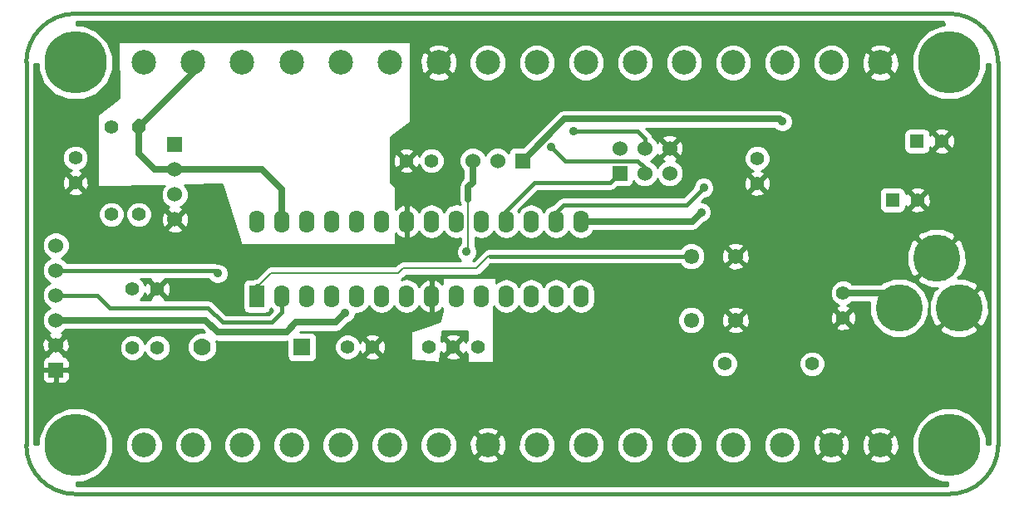
<source format=gbl>
G04 #@! TF.FileFunction,Copper,L2,Bot,Plane*
%FSLAX46Y46*%
G04 Gerber Fmt 4.6, Leading zero omitted, Abs format (unit mm)*
G04 Created by KiCad (PCBNEW (after 2015-mar-04 BZR unknown)-product) date 7/17/2015 7:43:42 PM*
%MOMM*%
G01*
G04 APERTURE LIST*
%ADD10C,0.150000*%
%ADD11C,0.381000*%
%ADD12C,1.778000*%
%ADD13R,1.778000X1.778000*%
%ADD14O,1.574800X2.286000*%
%ADD15R,1.574800X2.286000*%
%ADD16C,1.397000*%
%ADD17R,1.524000X1.524000*%
%ADD18C,1.524000*%
%ADD19R,1.397000X1.397000*%
%ADD20C,2.499360*%
%ADD21C,1.549400*%
%ADD22C,4.800600*%
%ADD23C,6.350000*%
%ADD24C,0.889000*%
%ADD25C,0.635000*%
%ADD26C,0.203200*%
%ADD27C,0.254000*%
G04 APERTURE END LIST*
D10*
D11*
X92474000Y-79340000D02*
X181474000Y-79340000D01*
X87474000Y-123340000D02*
X87474000Y-84340000D01*
X181474000Y-128340000D02*
X92474000Y-128340000D01*
X186474000Y-84340000D02*
X186474000Y-123340000D01*
X87474000Y-123340000D02*
G75*
G03X92474000Y-128340000I5000000J0D01*
G01*
X181474000Y-128340000D02*
G75*
G03X186474000Y-123340000I0J5000000D01*
G01*
X186474000Y-84340000D02*
G75*
G03X181474000Y-79340000I-5000000J0D01*
G01*
X92474000Y-79340000D02*
G75*
G03X87474000Y-84340000I0J-5000000D01*
G01*
D12*
X105394000Y-113340000D03*
D13*
X115554000Y-113340000D03*
D14*
X113504000Y-108150000D03*
X116044000Y-108150000D03*
X118584000Y-108150000D03*
X121124000Y-108150000D03*
X123664000Y-108150000D03*
X126204000Y-108150000D03*
X128744000Y-108150000D03*
X131284000Y-108150000D03*
X133824000Y-108150000D03*
X136364000Y-108150000D03*
X138904000Y-108150000D03*
X141444000Y-108150000D03*
X143984000Y-108150000D03*
D15*
X110964000Y-108150000D03*
D14*
X143984000Y-100530000D03*
X141444000Y-100530000D03*
X138904000Y-100530000D03*
X136364000Y-100530000D03*
X133824000Y-100530000D03*
X131284000Y-100530000D03*
X128744000Y-100530000D03*
X126204000Y-100530000D03*
X123664000Y-100530000D03*
X121124000Y-100530000D03*
X118584000Y-100530000D03*
X116044000Y-100530000D03*
X113504000Y-100530000D03*
X110964000Y-100530000D03*
D16*
X98933000Y-99822000D03*
X98933000Y-90932000D03*
X96139000Y-99822000D03*
X96139000Y-90932000D03*
X167513000Y-115062000D03*
X158623000Y-115062000D03*
D17*
X147934000Y-95610000D03*
D18*
X147934000Y-93070000D03*
X150474000Y-95610000D03*
X150474000Y-93070000D03*
X153014000Y-95610000D03*
X153014000Y-93070000D03*
D19*
X178204000Y-92340000D03*
D16*
X180744000Y-92340000D03*
D19*
X175704000Y-98340000D03*
D16*
X178244000Y-98340000D03*
X161925000Y-94107000D03*
X161925000Y-96647000D03*
X128744000Y-94340000D03*
X126204000Y-94340000D03*
X100838000Y-113411000D03*
X98298000Y-113411000D03*
X120204000Y-113340000D03*
X122744000Y-113340000D03*
X92474000Y-94070000D03*
X92474000Y-96610000D03*
X98298000Y-107442000D03*
X100838000Y-107442000D03*
X170688000Y-107823000D03*
X170688000Y-110363000D03*
D20*
X134474000Y-123340000D03*
X129472740Y-123340000D03*
X124474020Y-123340000D03*
X119472760Y-123340000D03*
X114474040Y-123340000D03*
X109472780Y-123340000D03*
X104474060Y-123340000D03*
X99472800Y-123340000D03*
X139474000Y-84340000D03*
X144475260Y-84340000D03*
X149473980Y-84340000D03*
X154475240Y-84340000D03*
X159473960Y-84340000D03*
X164475220Y-84340000D03*
X169473940Y-84340000D03*
X174475200Y-84340000D03*
X99474000Y-84340000D03*
X104475260Y-84340000D03*
X109473980Y-84340000D03*
X114475240Y-84340000D03*
X119473960Y-84340000D03*
X124475220Y-84340000D03*
X129473940Y-84340000D03*
X134475200Y-84340000D03*
X174474000Y-123340000D03*
X169472740Y-123340000D03*
X164474020Y-123340000D03*
X159472760Y-123340000D03*
X154474040Y-123340000D03*
X149472780Y-123340000D03*
X144474060Y-123340000D03*
X139472800Y-123340000D03*
D17*
X90474000Y-115690000D03*
D18*
X90474000Y-113150000D03*
X90474000Y-110610000D03*
X90474000Y-108070000D03*
X90474000Y-105530000D03*
X90474000Y-102990000D03*
D17*
X102616000Y-92710000D03*
D18*
X102616000Y-95250000D03*
X102616000Y-97790000D03*
X102616000Y-100330000D03*
D21*
X155223560Y-104088800D03*
X159724440Y-104088800D03*
X155223560Y-110591200D03*
X159724440Y-110591200D03*
D16*
X128474640Y-113340000D03*
X133473360Y-113340000D03*
X130974000Y-113340000D03*
D22*
X182474000Y-109340000D03*
X176378000Y-109340000D03*
X180188000Y-104260000D03*
D17*
X138014000Y-94340000D03*
D18*
X135474000Y-94340000D03*
X132934000Y-94340000D03*
D23*
X92474000Y-84340000D03*
X92474000Y-123340000D03*
X181474000Y-84340000D03*
X181474000Y-123340000D03*
D24*
X106974000Y-105840000D03*
X156474000Y-97090000D03*
X143224000Y-91340000D03*
X140970000Y-92964000D03*
X156224000Y-99590000D03*
X132334000Y-103632000D03*
X119974000Y-109840000D03*
X165974000Y-101340000D03*
X164474000Y-90340000D03*
D11*
X113504000Y-109810000D02*
X113504000Y-108150000D01*
X112474000Y-110840000D02*
X113504000Y-109810000D01*
X107474000Y-110840000D02*
X112474000Y-110840000D01*
X105974000Y-109340000D02*
X107474000Y-110840000D01*
X95974000Y-109340000D02*
X105974000Y-109340000D01*
X94704000Y-108070000D02*
X95974000Y-109340000D01*
X90474000Y-108070000D02*
X94704000Y-108070000D01*
X106664000Y-105530000D02*
X106974000Y-105840000D01*
X90474000Y-105530000D02*
X106664000Y-105530000D01*
X141444000Y-99620000D02*
X142224000Y-98840000D01*
X142224000Y-98840000D02*
X154724000Y-98840000D01*
X154724000Y-98840000D02*
X156474000Y-97090000D01*
X141444000Y-100530000D02*
X141444000Y-99620000D01*
X149724000Y-91340000D02*
X143224000Y-91340000D01*
X150474000Y-92090000D02*
X149724000Y-91340000D01*
X150474000Y-93070000D02*
X150474000Y-92090000D01*
X136364000Y-99450000D02*
X139224000Y-96590000D01*
X139224000Y-96590000D02*
X146954000Y-96590000D01*
X146954000Y-96590000D02*
X147934000Y-95610000D01*
X136364000Y-100530000D02*
X136364000Y-99450000D01*
X145288000Y-94340000D02*
X142346000Y-94340000D01*
X142346000Y-94340000D02*
X140970000Y-92964000D01*
X149724000Y-94340000D02*
X145288000Y-94340000D01*
X150474000Y-95090000D02*
X149724000Y-94340000D01*
X150474000Y-95610000D02*
X150474000Y-95090000D01*
D25*
X155284000Y-100530000D02*
X156224000Y-99590000D01*
X143984000Y-100530000D02*
X155284000Y-100530000D01*
D11*
X155223560Y-104088800D02*
X134747000Y-104088800D01*
X110964000Y-108150000D02*
X110964000Y-107100000D01*
D26*
X122174000Y-105791000D02*
X125349000Y-105791000D01*
X112395000Y-105791000D02*
X122174000Y-105791000D01*
X110964000Y-107222000D02*
X112395000Y-105791000D01*
X110964000Y-108150000D02*
X110964000Y-107222000D01*
X125857000Y-105283000D02*
X127381000Y-105283000D01*
X125349000Y-105791000D02*
X125857000Y-105283000D01*
X122174000Y-105791000D02*
X125349000Y-105791000D01*
X134620000Y-104013000D02*
X134747000Y-104013000D01*
X134747000Y-104013000D02*
X134747000Y-104088800D01*
X127381000Y-105283000D02*
X130175000Y-105283000D01*
X133350000Y-105283000D02*
X134620000Y-104013000D01*
X130175000Y-105283000D02*
X133350000Y-105283000D01*
D25*
X104475260Y-84340000D02*
X104475260Y-85389740D01*
X104475260Y-85389740D02*
X98933000Y-90932000D01*
X102616000Y-95250000D02*
X100584000Y-95250000D01*
X98933000Y-93599000D02*
X98933000Y-90932000D01*
X100584000Y-95250000D02*
X98933000Y-93599000D01*
D11*
X98933000Y-90932000D02*
X98933000Y-90377000D01*
D25*
X113504000Y-97248000D02*
X113504000Y-100530000D01*
X111506000Y-95250000D02*
X113504000Y-97248000D01*
X102616000Y-95250000D02*
X111506000Y-95250000D01*
X98933000Y-90377000D02*
X98933000Y-90932000D01*
X170688000Y-107823000D02*
X174861000Y-107823000D01*
X174861000Y-107823000D02*
X176378000Y-109340000D01*
X114974000Y-110840000D02*
X113974000Y-111840000D01*
X113974000Y-111840000D02*
X106974000Y-111840000D01*
X105744000Y-110610000D02*
X106974000Y-111840000D01*
X90474000Y-110610000D02*
X105744000Y-110610000D01*
D26*
X118974000Y-110840000D02*
X119974000Y-109840000D01*
X132461000Y-94813000D02*
X132934000Y-94340000D01*
X132334000Y-103632000D02*
X132461000Y-103505000D01*
X132461000Y-103505000D02*
X132334000Y-103632000D01*
X132934000Y-96555000D02*
X132461000Y-97028000D01*
X132461000Y-98298000D02*
X132461000Y-103505000D01*
X132461000Y-97028000D02*
X132461000Y-98298000D01*
D25*
X132461000Y-97028000D02*
X132461000Y-98298000D01*
X132934000Y-96555000D02*
X132461000Y-97028000D01*
X132934000Y-94340000D02*
X132934000Y-96555000D01*
X118974000Y-110840000D02*
X119974000Y-109840000D01*
X114974000Y-110840000D02*
X118974000Y-110840000D01*
X164474000Y-90340000D02*
X164224000Y-90090000D01*
X164224000Y-90090000D02*
X142264000Y-90090000D01*
X142264000Y-90090000D02*
X138014000Y-94340000D01*
D27*
G36*
X185648500Y-123213000D02*
X185510369Y-123213000D01*
X185510369Y-109938358D01*
X185508221Y-108730843D01*
X185050257Y-107625221D01*
X184637936Y-107355670D01*
X184458330Y-107535275D01*
X184458330Y-107176064D01*
X184188779Y-106763743D01*
X183224369Y-106366279D01*
X183072358Y-106303631D01*
X182412412Y-106304804D01*
X182351937Y-106244329D01*
X182764257Y-105974779D01*
X183224369Y-104858358D01*
X183222221Y-103650843D01*
X182764257Y-102545221D01*
X182351936Y-102275670D01*
X182172330Y-102455275D01*
X182172330Y-102096064D01*
X182089927Y-101970015D01*
X182089927Y-92532520D01*
X182061148Y-92002801D01*
X181913800Y-91647071D01*
X181678188Y-91585417D01*
X181498583Y-91765022D01*
X181498583Y-91405812D01*
X181436929Y-91170200D01*
X180936520Y-90994073D01*
X180406801Y-91022852D01*
X180051071Y-91170200D01*
X179989417Y-91405812D01*
X180744000Y-92160395D01*
X181498583Y-91405812D01*
X181498583Y-91765022D01*
X180923605Y-92340000D01*
X181678188Y-93094583D01*
X181913800Y-93032929D01*
X182089927Y-92532520D01*
X182089927Y-101970015D01*
X181902779Y-101683743D01*
X181498583Y-101517161D01*
X181498583Y-93274188D01*
X180744000Y-92519605D01*
X180564395Y-92699210D01*
X180564395Y-92340000D01*
X179809812Y-91585417D01*
X179574200Y-91647071D01*
X179549940Y-91715998D01*
X179549940Y-91641500D01*
X179502963Y-91399377D01*
X179363173Y-91186573D01*
X179152140Y-91044123D01*
X178902500Y-90994060D01*
X177505500Y-90994060D01*
X177263377Y-91041037D01*
X177050573Y-91180827D01*
X176908123Y-91391860D01*
X176858060Y-91641500D01*
X176858060Y-93038500D01*
X176905037Y-93280623D01*
X177044827Y-93493427D01*
X177255860Y-93635877D01*
X177505500Y-93685940D01*
X178902500Y-93685940D01*
X179144623Y-93638963D01*
X179357427Y-93499173D01*
X179499877Y-93288140D01*
X179549940Y-93038500D01*
X179549940Y-92974360D01*
X179574200Y-93032929D01*
X179809812Y-93094583D01*
X180564395Y-92340000D01*
X180564395Y-92699210D01*
X179989417Y-93274188D01*
X180051071Y-93509800D01*
X180551480Y-93685927D01*
X181081199Y-93657148D01*
X181436929Y-93509800D01*
X181498583Y-93274188D01*
X181498583Y-101517161D01*
X180786358Y-101223631D01*
X179589927Y-101225759D01*
X179589927Y-98532520D01*
X179561148Y-98002801D01*
X179413800Y-97647071D01*
X179178188Y-97585417D01*
X178998583Y-97765022D01*
X178998583Y-97405812D01*
X178936929Y-97170200D01*
X178436520Y-96994073D01*
X177906801Y-97022852D01*
X177551071Y-97170200D01*
X177489417Y-97405812D01*
X178244000Y-98160395D01*
X178998583Y-97405812D01*
X178998583Y-97765022D01*
X178423605Y-98340000D01*
X179178188Y-99094583D01*
X179413800Y-99032929D01*
X179589927Y-98532520D01*
X179589927Y-101225759D01*
X179578843Y-101225779D01*
X178998583Y-101466130D01*
X178998583Y-99274188D01*
X178244000Y-98519605D01*
X178064395Y-98699210D01*
X178064395Y-98340000D01*
X177309812Y-97585417D01*
X177074200Y-97647071D01*
X177049940Y-97715998D01*
X177049940Y-97641500D01*
X177002963Y-97399377D01*
X176863173Y-97186573D01*
X176652140Y-97044123D01*
X176402500Y-96994060D01*
X176369271Y-96994060D01*
X176369271Y-84664117D01*
X176349128Y-83914616D01*
X176101059Y-83315725D01*
X175808289Y-83186517D01*
X175628683Y-83366122D01*
X175628683Y-83006911D01*
X175499475Y-82714141D01*
X174799317Y-82445929D01*
X174049816Y-82466072D01*
X173450925Y-82714141D01*
X173321717Y-83006911D01*
X174475200Y-84160395D01*
X175628683Y-83006911D01*
X175628683Y-83366122D01*
X174654805Y-84340000D01*
X175808289Y-85493483D01*
X176101059Y-85364275D01*
X176369271Y-84664117D01*
X176369271Y-96994060D01*
X175628683Y-96994060D01*
X175628683Y-85673089D01*
X174475200Y-84519605D01*
X174295595Y-84699210D01*
X174295595Y-84340000D01*
X173142111Y-83186517D01*
X172849341Y-83315725D01*
X172581129Y-84015883D01*
X172601272Y-84765384D01*
X172849341Y-85364275D01*
X173142111Y-85493483D01*
X174295595Y-84340000D01*
X174295595Y-84699210D01*
X173321717Y-85673089D01*
X173450925Y-85965859D01*
X174151083Y-86234071D01*
X174900584Y-86213928D01*
X175499475Y-85965859D01*
X175628683Y-85673089D01*
X175628683Y-96994060D01*
X175005500Y-96994060D01*
X174763377Y-97041037D01*
X174550573Y-97180827D01*
X174408123Y-97391860D01*
X174358060Y-97641500D01*
X174358060Y-99038500D01*
X174405037Y-99280623D01*
X174544827Y-99493427D01*
X174755860Y-99635877D01*
X175005500Y-99685940D01*
X176402500Y-99685940D01*
X176644623Y-99638963D01*
X176857427Y-99499173D01*
X176999877Y-99288140D01*
X177049940Y-99038500D01*
X177049940Y-98974360D01*
X177074200Y-99032929D01*
X177309812Y-99094583D01*
X178064395Y-98340000D01*
X178064395Y-98699210D01*
X177489417Y-99274188D01*
X177551071Y-99509800D01*
X178051480Y-99685927D01*
X178581199Y-99657148D01*
X178936929Y-99509800D01*
X178998583Y-99274188D01*
X178998583Y-101466130D01*
X178473221Y-101683743D01*
X178203670Y-102096064D01*
X180188000Y-104080395D01*
X182172330Y-102096064D01*
X182172330Y-102455275D01*
X180367605Y-104260000D01*
X180381747Y-104274142D01*
X180202142Y-104453747D01*
X180188000Y-104439605D01*
X180008395Y-104619210D01*
X180008395Y-104260000D01*
X178024064Y-102275670D01*
X177611743Y-102545221D01*
X177151631Y-103661642D01*
X177153779Y-104869157D01*
X177611743Y-105974779D01*
X178024064Y-106244330D01*
X180008395Y-104260000D01*
X180008395Y-104619210D01*
X178203670Y-106423936D01*
X178473221Y-106836257D01*
X179589642Y-107296369D01*
X180249586Y-107295194D01*
X180310062Y-107355670D01*
X179897743Y-107625221D01*
X179437631Y-108741642D01*
X179439779Y-109949157D01*
X179897743Y-111054779D01*
X180310064Y-111324330D01*
X182294395Y-109340000D01*
X182280252Y-109325857D01*
X182459857Y-109146252D01*
X182474000Y-109160395D01*
X184458330Y-107176064D01*
X184458330Y-107535275D01*
X182653605Y-109340000D01*
X184637936Y-111324330D01*
X185050257Y-111054779D01*
X185510369Y-109938358D01*
X185510369Y-123213000D01*
X185284112Y-123213000D01*
X185284660Y-122585469D01*
X184705844Y-121184628D01*
X184458330Y-120936681D01*
X184458330Y-111503936D01*
X182474000Y-109519605D01*
X182294395Y-109699210D01*
X180489670Y-111503936D01*
X180759221Y-111916257D01*
X181875642Y-112376369D01*
X183083157Y-112374221D01*
X184188779Y-111916257D01*
X184458330Y-111503936D01*
X184458330Y-120936681D01*
X183635009Y-120111923D01*
X182235181Y-119530663D01*
X180719469Y-119529340D01*
X179413826Y-120068820D01*
X179413826Y-108738890D01*
X178952702Y-107622887D01*
X178099604Y-106768298D01*
X176984407Y-106305228D01*
X175776890Y-106304174D01*
X174660887Y-106765298D01*
X174555501Y-106870500D01*
X171621371Y-106870500D01*
X171444353Y-106693173D01*
X171358946Y-106657708D01*
X171358946Y-83966759D01*
X171072626Y-83273809D01*
X170542919Y-82743178D01*
X169850471Y-82455648D01*
X169100699Y-82454994D01*
X168407749Y-82741314D01*
X167877118Y-83271021D01*
X167589588Y-83963469D01*
X167588934Y-84713241D01*
X167875254Y-85406191D01*
X168404961Y-85936822D01*
X169097409Y-86224352D01*
X169847181Y-86225006D01*
X170540131Y-85938686D01*
X171070762Y-85408979D01*
X171358292Y-84716531D01*
X171358946Y-83966759D01*
X171358946Y-106657708D01*
X170954413Y-106489732D01*
X170423914Y-106489269D01*
X169933620Y-106691854D01*
X169558173Y-107066647D01*
X169354732Y-107556587D01*
X169354269Y-108087086D01*
X169556854Y-108577380D01*
X169931647Y-108952827D01*
X170253118Y-109086313D01*
X169995071Y-109193200D01*
X169933417Y-109428812D01*
X170688000Y-110183395D01*
X171442583Y-109428812D01*
X171380929Y-109193200D01*
X171101688Y-109094916D01*
X171442380Y-108954146D01*
X171621337Y-108775500D01*
X173343191Y-108775500D01*
X173342174Y-109941110D01*
X173803298Y-111057113D01*
X174656396Y-111911702D01*
X175771593Y-112374772D01*
X176979110Y-112375826D01*
X178095113Y-111914702D01*
X178949702Y-111061604D01*
X179412772Y-109946407D01*
X179413826Y-108738890D01*
X179413826Y-120068820D01*
X179318628Y-120108156D01*
X178245923Y-121178991D01*
X177664663Y-122578819D01*
X177663340Y-124094531D01*
X178242156Y-125495372D01*
X179312991Y-126568077D01*
X180712819Y-127149337D01*
X181347000Y-127149890D01*
X181347000Y-127514500D01*
X176368071Y-127514500D01*
X176368071Y-123664117D01*
X176347928Y-122914616D01*
X176099859Y-122315725D01*
X175807089Y-122186517D01*
X175627483Y-122366122D01*
X175627483Y-122006911D01*
X175498275Y-121714141D01*
X174798117Y-121445929D01*
X174048616Y-121466072D01*
X173449725Y-121714141D01*
X173320517Y-122006911D01*
X174474000Y-123160395D01*
X175627483Y-122006911D01*
X175627483Y-122366122D01*
X174653605Y-123340000D01*
X175807089Y-124493483D01*
X176099859Y-124364275D01*
X176368071Y-123664117D01*
X176368071Y-127514500D01*
X175627483Y-127514500D01*
X175627483Y-124673089D01*
X174474000Y-123519605D01*
X174294395Y-123699210D01*
X174294395Y-123340000D01*
X173140911Y-122186517D01*
X172848141Y-122315725D01*
X172579929Y-123015883D01*
X172600072Y-123765384D01*
X172848141Y-124364275D01*
X173140911Y-124493483D01*
X174294395Y-123340000D01*
X174294395Y-123699210D01*
X173320517Y-124673089D01*
X173449725Y-124965859D01*
X174149883Y-125234071D01*
X174899384Y-125213928D01*
X175498275Y-124965859D01*
X175627483Y-124673089D01*
X175627483Y-127514500D01*
X172033927Y-127514500D01*
X172033927Y-110555520D01*
X172005148Y-110025801D01*
X171857800Y-109670071D01*
X171622188Y-109608417D01*
X170867605Y-110363000D01*
X171622188Y-111117583D01*
X171857800Y-111055929D01*
X172033927Y-110555520D01*
X172033927Y-127514500D01*
X171442583Y-127514500D01*
X171442583Y-111297188D01*
X170688000Y-110542605D01*
X170508395Y-110722210D01*
X170508395Y-110363000D01*
X169753812Y-109608417D01*
X169518200Y-109670071D01*
X169342073Y-110170480D01*
X169370852Y-110700199D01*
X169518200Y-111055929D01*
X169753812Y-111117583D01*
X170508395Y-110363000D01*
X170508395Y-110722210D01*
X169933417Y-111297188D01*
X169995071Y-111532800D01*
X170495480Y-111708927D01*
X171025199Y-111680148D01*
X171380929Y-111532800D01*
X171442583Y-111297188D01*
X171442583Y-127514500D01*
X171366811Y-127514500D01*
X171366811Y-123664117D01*
X171346668Y-122914616D01*
X171098599Y-122315725D01*
X170805829Y-122186517D01*
X170626223Y-122366122D01*
X170626223Y-122006911D01*
X170497015Y-121714141D01*
X169796857Y-121445929D01*
X169047356Y-121466072D01*
X168846731Y-121549173D01*
X168846731Y-114797914D01*
X168644146Y-114307620D01*
X168269353Y-113932173D01*
X167779413Y-113728732D01*
X167248914Y-113728269D01*
X166758620Y-113930854D01*
X166383173Y-114305647D01*
X166360226Y-114360909D01*
X166360226Y-83966759D01*
X166073906Y-83273809D01*
X165544199Y-82743178D01*
X164851751Y-82455648D01*
X164101979Y-82454994D01*
X163409029Y-82741314D01*
X162878398Y-83271021D01*
X162590868Y-83963469D01*
X162590214Y-84713241D01*
X162876534Y-85406191D01*
X163406241Y-85936822D01*
X164098689Y-86224352D01*
X164848461Y-86225006D01*
X165541411Y-85938686D01*
X166072042Y-85408979D01*
X166359572Y-84716531D01*
X166360226Y-83966759D01*
X166360226Y-114360909D01*
X166179732Y-114795587D01*
X166179269Y-115326086D01*
X166381854Y-115816380D01*
X166756647Y-116191827D01*
X167246587Y-116395268D01*
X167777086Y-116395731D01*
X168267380Y-116193146D01*
X168642827Y-115818353D01*
X168846268Y-115328413D01*
X168846731Y-114797914D01*
X168846731Y-121549173D01*
X168448465Y-121714141D01*
X168319257Y-122006911D01*
X169472740Y-123160395D01*
X170626223Y-122006911D01*
X170626223Y-122366122D01*
X169652345Y-123340000D01*
X170805829Y-124493483D01*
X171098599Y-124364275D01*
X171366811Y-123664117D01*
X171366811Y-127514500D01*
X170626223Y-127514500D01*
X170626223Y-124673089D01*
X169472740Y-123519605D01*
X169293135Y-123699210D01*
X169293135Y-123340000D01*
X168139651Y-122186517D01*
X167846881Y-122315725D01*
X167578669Y-123015883D01*
X167598812Y-123765384D01*
X167846881Y-124364275D01*
X168139651Y-124493483D01*
X169293135Y-123340000D01*
X169293135Y-123699210D01*
X168319257Y-124673089D01*
X168448465Y-124965859D01*
X169148623Y-125234071D01*
X169898124Y-125213928D01*
X170497015Y-124965859D01*
X170626223Y-124673089D01*
X170626223Y-127514500D01*
X166359026Y-127514500D01*
X166359026Y-122966759D01*
X166072706Y-122273809D01*
X165553687Y-121753884D01*
X165553687Y-90126216D01*
X165389689Y-89729311D01*
X165086286Y-89425378D01*
X164689668Y-89260687D01*
X164664323Y-89260664D01*
X164588506Y-89210005D01*
X164224000Y-89137500D01*
X161358966Y-89137500D01*
X161358966Y-83966759D01*
X161072646Y-83273809D01*
X160542939Y-82743178D01*
X159850491Y-82455648D01*
X159100719Y-82454994D01*
X158407769Y-82741314D01*
X157877138Y-83271021D01*
X157589608Y-83963469D01*
X157588954Y-84713241D01*
X157875274Y-85406191D01*
X158404981Y-85936822D01*
X159097429Y-86224352D01*
X159847201Y-86225006D01*
X160540151Y-85938686D01*
X161070782Y-85408979D01*
X161358312Y-84716531D01*
X161358966Y-83966759D01*
X161358966Y-89137500D01*
X156360246Y-89137500D01*
X156360246Y-83966759D01*
X156073926Y-83273809D01*
X155544219Y-82743178D01*
X154851771Y-82455648D01*
X154101999Y-82454994D01*
X153409049Y-82741314D01*
X152878418Y-83271021D01*
X152590888Y-83963469D01*
X152590234Y-84713241D01*
X152876554Y-85406191D01*
X153406261Y-85936822D01*
X154098709Y-86224352D01*
X154848481Y-86225006D01*
X155541431Y-85938686D01*
X156072062Y-85408979D01*
X156359592Y-84716531D01*
X156360246Y-83966759D01*
X156360246Y-89137500D01*
X151358986Y-89137500D01*
X151358986Y-83966759D01*
X151072666Y-83273809D01*
X150542959Y-82743178D01*
X149850511Y-82455648D01*
X149100739Y-82454994D01*
X148407789Y-82741314D01*
X147877158Y-83271021D01*
X147589628Y-83963469D01*
X147588974Y-84713241D01*
X147875294Y-85406191D01*
X148405001Y-85936822D01*
X149097449Y-86224352D01*
X149847221Y-86225006D01*
X150540171Y-85938686D01*
X151070802Y-85408979D01*
X151358332Y-84716531D01*
X151358986Y-83966759D01*
X151358986Y-89137500D01*
X146360266Y-89137500D01*
X146360266Y-83966759D01*
X146073946Y-83273809D01*
X145544239Y-82743178D01*
X144851791Y-82455648D01*
X144102019Y-82454994D01*
X143409069Y-82741314D01*
X142878438Y-83271021D01*
X142590908Y-83963469D01*
X142590254Y-84713241D01*
X142876574Y-85406191D01*
X143406281Y-85936822D01*
X144098729Y-86224352D01*
X144848501Y-86225006D01*
X145541451Y-85938686D01*
X146072082Y-85408979D01*
X146359612Y-84716531D01*
X146360266Y-83966759D01*
X146360266Y-89137500D01*
X142264000Y-89137500D01*
X141899494Y-89210005D01*
X141590481Y-89416481D01*
X141359006Y-89647956D01*
X141359006Y-83966759D01*
X141072686Y-83273809D01*
X140542979Y-82743178D01*
X139850531Y-82455648D01*
X139100759Y-82454994D01*
X138407809Y-82741314D01*
X137877178Y-83271021D01*
X137589648Y-83963469D01*
X137588994Y-84713241D01*
X137875314Y-85406191D01*
X138405021Y-85936822D01*
X139097469Y-86224352D01*
X139847241Y-86225006D01*
X140540191Y-85938686D01*
X141070822Y-85408979D01*
X141358352Y-84716531D01*
X141359006Y-83966759D01*
X141359006Y-89647956D01*
X138076402Y-92930560D01*
X137252000Y-92930560D01*
X137009877Y-92977537D01*
X136797073Y-93117327D01*
X136654623Y-93328360D01*
X136618395Y-93509011D01*
X136360206Y-93250370D01*
X136360206Y-83966759D01*
X136073886Y-83273809D01*
X135544179Y-82743178D01*
X134851731Y-82455648D01*
X134101959Y-82454994D01*
X133409009Y-82741314D01*
X132878378Y-83271021D01*
X132590848Y-83963469D01*
X132590194Y-84713241D01*
X132876514Y-85406191D01*
X133406221Y-85936822D01*
X134098669Y-86224352D01*
X134848441Y-86225006D01*
X135541391Y-85938686D01*
X136072022Y-85408979D01*
X136359552Y-84716531D01*
X136360206Y-83966759D01*
X136360206Y-93250370D01*
X136266370Y-93156371D01*
X135753100Y-92943243D01*
X135197339Y-92942758D01*
X134683697Y-93154990D01*
X134290371Y-93547630D01*
X134204050Y-93755512D01*
X134119010Y-93549697D01*
X133726370Y-93156371D01*
X133213100Y-92943243D01*
X132657339Y-92942758D01*
X132143697Y-93154990D01*
X131750371Y-93547630D01*
X131537243Y-94060900D01*
X131536758Y-94616661D01*
X131748990Y-95130303D01*
X131915768Y-95297372D01*
X131940145Y-95333855D01*
X131976308Y-95358018D01*
X131981500Y-95363219D01*
X131981500Y-96160462D01*
X131787481Y-96354481D01*
X131581005Y-96663494D01*
X131508500Y-97028000D01*
X131508500Y-98298000D01*
X131581005Y-98662506D01*
X131668652Y-98793679D01*
X131368011Y-98733877D01*
X131368011Y-84664117D01*
X131347868Y-83914616D01*
X131099799Y-83315725D01*
X130807029Y-83186517D01*
X130627423Y-83366122D01*
X130627423Y-83006911D01*
X130498215Y-82714141D01*
X129798057Y-82445929D01*
X129048556Y-82466072D01*
X128449665Y-82714141D01*
X128320457Y-83006911D01*
X129473940Y-84160395D01*
X130627423Y-83006911D01*
X130627423Y-83366122D01*
X129653545Y-84340000D01*
X130807029Y-85493483D01*
X131099799Y-85364275D01*
X131368011Y-84664117D01*
X131368011Y-98733877D01*
X131284000Y-98717167D01*
X130739671Y-98825441D01*
X130627423Y-98900442D01*
X130627423Y-85673089D01*
X129473940Y-84519605D01*
X129294335Y-84699210D01*
X129294335Y-84340000D01*
X128140851Y-83186517D01*
X127848081Y-83315725D01*
X127579869Y-84015883D01*
X127600012Y-84765384D01*
X127848081Y-85364275D01*
X128140851Y-85493483D01*
X129294335Y-84340000D01*
X129294335Y-84699210D01*
X128320457Y-85673089D01*
X128449665Y-85965859D01*
X129149823Y-86234071D01*
X129899324Y-86213928D01*
X130498215Y-85965859D01*
X130627423Y-85673089D01*
X130627423Y-98900442D01*
X130278211Y-99133778D01*
X130077731Y-99433817D01*
X130077731Y-94075914D01*
X129875146Y-93585620D01*
X129500353Y-93210173D01*
X129010413Y-93006732D01*
X128479914Y-93006269D01*
X127989620Y-93208854D01*
X127614173Y-93583647D01*
X127480686Y-93905118D01*
X127373800Y-93647071D01*
X127138188Y-93585417D01*
X126958583Y-93765022D01*
X126958583Y-93405812D01*
X126896929Y-93170200D01*
X126601000Y-93066043D01*
X126601000Y-90403500D01*
X126601000Y-82213000D01*
X96845785Y-82213000D01*
X96900401Y-87948698D01*
X94742000Y-89599240D01*
X94742000Y-97030965D01*
X101556523Y-96873694D01*
X101432371Y-96997630D01*
X101219243Y-97510900D01*
X101218758Y-98066661D01*
X101430990Y-98580303D01*
X101823630Y-98973629D01*
X102015727Y-99053394D01*
X101884857Y-99107603D01*
X101815392Y-99349787D01*
X102616000Y-100150395D01*
X103416608Y-99349787D01*
X103347143Y-99107603D01*
X103206682Y-99057491D01*
X103406303Y-98975010D01*
X103799629Y-98582370D01*
X104012757Y-98069100D01*
X104013242Y-97513339D01*
X103801010Y-96999697D01*
X103627514Y-96825898D01*
X107386021Y-96739157D01*
X109381330Y-102967000D01*
X125101000Y-102967000D01*
X125101000Y-101749025D01*
X125288014Y-101981191D01*
X125777004Y-102248327D01*
X125856940Y-102265010D01*
X126077000Y-102142852D01*
X126077000Y-100657000D01*
X126057000Y-100657000D01*
X126057000Y-100403000D01*
X126077000Y-100403000D01*
X126077000Y-98917148D01*
X125856940Y-98794990D01*
X125777004Y-98811673D01*
X125288014Y-99078809D01*
X125101000Y-99310974D01*
X125101000Y-97037395D01*
X124601000Y-96537395D01*
X124601000Y-91903500D01*
X126601000Y-90403500D01*
X126601000Y-93066043D01*
X126396520Y-92994073D01*
X125866801Y-93022852D01*
X125511071Y-93170200D01*
X125449417Y-93405812D01*
X126204000Y-94160395D01*
X126958583Y-93405812D01*
X126958583Y-93765022D01*
X126383605Y-94340000D01*
X127138188Y-95094583D01*
X127373800Y-95032929D01*
X127472083Y-94753688D01*
X127612854Y-95094380D01*
X127987647Y-95469827D01*
X128477587Y-95673268D01*
X129008086Y-95673731D01*
X129498380Y-95471146D01*
X129873827Y-95096353D01*
X130077268Y-94606413D01*
X130077731Y-94075914D01*
X130077731Y-99433817D01*
X130014000Y-99529198D01*
X129749789Y-99133778D01*
X129288329Y-98825441D01*
X128744000Y-98717167D01*
X128199671Y-98825441D01*
X127738211Y-99133778D01*
X127474246Y-99528829D01*
X127469525Y-99512738D01*
X127119986Y-99078809D01*
X126958583Y-98990634D01*
X126958583Y-95274188D01*
X126204000Y-94519605D01*
X126024395Y-94699210D01*
X126024395Y-94340000D01*
X125269812Y-93585417D01*
X125034200Y-93647071D01*
X124858073Y-94147480D01*
X124886852Y-94677199D01*
X125034200Y-95032929D01*
X125269812Y-95094583D01*
X126024395Y-94340000D01*
X126024395Y-94699210D01*
X125449417Y-95274188D01*
X125511071Y-95509800D01*
X126011480Y-95685927D01*
X126541199Y-95657148D01*
X126896929Y-95509800D01*
X126958583Y-95274188D01*
X126958583Y-98990634D01*
X126630996Y-98811673D01*
X126551060Y-98794990D01*
X126331000Y-98917148D01*
X126331000Y-100403000D01*
X126351000Y-100403000D01*
X126351000Y-100657000D01*
X126331000Y-100657000D01*
X126331000Y-102142852D01*
X126551060Y-102265010D01*
X126630996Y-102248327D01*
X127119986Y-101981191D01*
X127469525Y-101547262D01*
X127474246Y-101531170D01*
X127738211Y-101926222D01*
X128199671Y-102234559D01*
X128744000Y-102342833D01*
X129288329Y-102234559D01*
X129749789Y-101926222D01*
X130014000Y-101530801D01*
X130278211Y-101926222D01*
X130739671Y-102234559D01*
X131284000Y-102342833D01*
X131724400Y-102255231D01*
X131724400Y-102715861D01*
X131723311Y-102716311D01*
X131419378Y-103019714D01*
X131254687Y-103416332D01*
X131254313Y-103845784D01*
X131418311Y-104242689D01*
X131721492Y-104546400D01*
X130175000Y-104546400D01*
X127381000Y-104546400D01*
X125857000Y-104546400D01*
X125575115Y-104602470D01*
X125336145Y-104762145D01*
X125043890Y-105054400D01*
X122174000Y-105054400D01*
X112395000Y-105054400D01*
X112113115Y-105110470D01*
X111874145Y-105270145D01*
X110846397Y-106297892D01*
X110648095Y-106337337D01*
X110614835Y-106359560D01*
X110176600Y-106359560D01*
X109934477Y-106406537D01*
X109721673Y-106546327D01*
X109579223Y-106757360D01*
X109529160Y-107007000D01*
X109529160Y-109293000D01*
X109576137Y-109535123D01*
X109715927Y-109747927D01*
X109926960Y-109890377D01*
X110176600Y-109940440D01*
X111751400Y-109940440D01*
X111993523Y-109893463D01*
X112206327Y-109753673D01*
X112348777Y-109542640D01*
X112382720Y-109373378D01*
X112498211Y-109546222D01*
X112559435Y-109587130D01*
X112132066Y-110014500D01*
X107815933Y-110014500D01*
X106557717Y-108756283D01*
X106289906Y-108577337D01*
X105974000Y-108514500D01*
X102183927Y-108514500D01*
X102183927Y-107634520D01*
X102155148Y-107104801D01*
X102007800Y-106749071D01*
X101772188Y-106687417D01*
X101017605Y-107442000D01*
X101772188Y-108196583D01*
X102007800Y-108134929D01*
X102183927Y-107634520D01*
X102183927Y-108514500D01*
X101556390Y-108514500D01*
X101592583Y-108376188D01*
X100838000Y-107621605D01*
X100083417Y-108376188D01*
X100119609Y-108514500D01*
X99111128Y-108514500D01*
X99427827Y-108198353D01*
X99561313Y-107876881D01*
X99668200Y-108134929D01*
X99903812Y-108196583D01*
X100658395Y-107442000D01*
X99903812Y-106687417D01*
X99668200Y-106749071D01*
X99569916Y-107028311D01*
X99429146Y-106687620D01*
X99097604Y-106355500D01*
X100123273Y-106355500D01*
X100083417Y-106507812D01*
X100838000Y-107262395D01*
X101592583Y-106507812D01*
X101552726Y-106355500D01*
X106018979Y-106355500D01*
X106058311Y-106450689D01*
X106361714Y-106754622D01*
X106758332Y-106919313D01*
X107187784Y-106919687D01*
X107584689Y-106755689D01*
X107888622Y-106452286D01*
X108053313Y-106055668D01*
X108053687Y-105626216D01*
X107889689Y-105229311D01*
X107586286Y-104925378D01*
X107189668Y-104760687D01*
X106945404Y-104760474D01*
X106945403Y-104760474D01*
X106664000Y-104704500D01*
X104025144Y-104704500D01*
X104025144Y-100537698D01*
X103997362Y-99982632D01*
X103838397Y-99598857D01*
X103596213Y-99529392D01*
X102795605Y-100330000D01*
X103596213Y-101130608D01*
X103838397Y-101061143D01*
X104025144Y-100537698D01*
X104025144Y-104704500D01*
X103416608Y-104704500D01*
X103416608Y-101310213D01*
X102616000Y-100509605D01*
X102436395Y-100689210D01*
X102436395Y-100330000D01*
X101635787Y-99529392D01*
X101393603Y-99598857D01*
X101206856Y-100122302D01*
X101234638Y-100677368D01*
X101393603Y-101061143D01*
X101635787Y-101130608D01*
X102436395Y-100330000D01*
X102436395Y-100689210D01*
X101815392Y-101310213D01*
X101884857Y-101552397D01*
X102408302Y-101739144D01*
X102963368Y-101711362D01*
X103347143Y-101552397D01*
X103416608Y-101310213D01*
X103416608Y-104704500D01*
X100266731Y-104704500D01*
X100266731Y-99557914D01*
X100064146Y-99067620D01*
X99689353Y-98692173D01*
X99199413Y-98488732D01*
X98668914Y-98488269D01*
X98178620Y-98690854D01*
X97803173Y-99065647D01*
X97599732Y-99555587D01*
X97599269Y-100086086D01*
X97801854Y-100576380D01*
X98176647Y-100951827D01*
X98666587Y-101155268D01*
X99197086Y-101155731D01*
X99687380Y-100953146D01*
X100062827Y-100578353D01*
X100266268Y-100088413D01*
X100266731Y-99557914D01*
X100266731Y-104704500D01*
X97472731Y-104704500D01*
X97472731Y-99557914D01*
X97270146Y-99067620D01*
X96895353Y-98692173D01*
X96405413Y-98488732D01*
X95874914Y-98488269D01*
X95384620Y-98690854D01*
X95009173Y-99065647D01*
X94805732Y-99555587D01*
X94805269Y-100086086D01*
X95007854Y-100576380D01*
X95382647Y-100951827D01*
X95872587Y-101155268D01*
X96403086Y-101155731D01*
X96893380Y-100953146D01*
X97268827Y-100578353D01*
X97472268Y-100088413D01*
X97472731Y-99557914D01*
X97472731Y-104704500D01*
X93819927Y-104704500D01*
X93819927Y-96802520D01*
X93807731Y-96578035D01*
X93807731Y-93805914D01*
X93605146Y-93315620D01*
X93230353Y-92940173D01*
X92740413Y-92736732D01*
X92209914Y-92736269D01*
X91719620Y-92938854D01*
X91344173Y-93313647D01*
X91140732Y-93803587D01*
X91140269Y-94334086D01*
X91342854Y-94824380D01*
X91717647Y-95199827D01*
X92039118Y-95333313D01*
X91781071Y-95440200D01*
X91719417Y-95675812D01*
X92474000Y-96430395D01*
X93228583Y-95675812D01*
X93166929Y-95440200D01*
X92887688Y-95341916D01*
X93228380Y-95201146D01*
X93603827Y-94826353D01*
X93807268Y-94336413D01*
X93807731Y-93805914D01*
X93807731Y-96578035D01*
X93791148Y-96272801D01*
X93643800Y-95917071D01*
X93408188Y-95855417D01*
X92653605Y-96610000D01*
X93408188Y-97364583D01*
X93643800Y-97302929D01*
X93819927Y-96802520D01*
X93819927Y-104704500D01*
X93228583Y-104704500D01*
X93228583Y-97544188D01*
X92474000Y-96789605D01*
X92294395Y-96969210D01*
X92294395Y-96610000D01*
X91539812Y-95855417D01*
X91304200Y-95917071D01*
X91128073Y-96417480D01*
X91156852Y-96947199D01*
X91304200Y-97302929D01*
X91539812Y-97364583D01*
X92294395Y-96610000D01*
X92294395Y-96969210D01*
X91719417Y-97544188D01*
X91781071Y-97779800D01*
X92281480Y-97955927D01*
X92811199Y-97927148D01*
X93166929Y-97779800D01*
X93228583Y-97544188D01*
X93228583Y-104704500D01*
X91623874Y-104704500D01*
X91266370Y-104346371D01*
X91058487Y-104260050D01*
X91264303Y-104175010D01*
X91657629Y-103782370D01*
X91870757Y-103269100D01*
X91871242Y-102713339D01*
X91659010Y-102199697D01*
X91266370Y-101806371D01*
X90753100Y-101593243D01*
X90197339Y-101592758D01*
X89683697Y-101804990D01*
X89290371Y-102197630D01*
X89077243Y-102710900D01*
X89076758Y-103266661D01*
X89288990Y-103780303D01*
X89681630Y-104173629D01*
X89889512Y-104259949D01*
X89683697Y-104344990D01*
X89290371Y-104737630D01*
X89077243Y-105250900D01*
X89076758Y-105806661D01*
X89288990Y-106320303D01*
X89681630Y-106713629D01*
X89889512Y-106799949D01*
X89683697Y-106884990D01*
X89290371Y-107277630D01*
X89077243Y-107790900D01*
X89076758Y-108346661D01*
X89288990Y-108860303D01*
X89681630Y-109253629D01*
X89889512Y-109339949D01*
X89683697Y-109424990D01*
X89290371Y-109817630D01*
X89077243Y-110330900D01*
X89076758Y-110886661D01*
X89288990Y-111400303D01*
X89681630Y-111793629D01*
X89873727Y-111873394D01*
X89742857Y-111927603D01*
X89673392Y-112169787D01*
X90474000Y-112970395D01*
X91274608Y-112169787D01*
X91205143Y-111927603D01*
X91064682Y-111877491D01*
X91264303Y-111795010D01*
X91497219Y-111562500D01*
X105349462Y-111562500D01*
X105603143Y-111816181D01*
X105092188Y-111815736D01*
X104531851Y-112047262D01*
X104102769Y-112475596D01*
X103870265Y-113035528D01*
X103869736Y-113641812D01*
X104101262Y-114202149D01*
X104529596Y-114631231D01*
X105089528Y-114863735D01*
X105695812Y-114864264D01*
X106256149Y-114632738D01*
X106685231Y-114204404D01*
X106917735Y-113644472D01*
X106918264Y-113038188D01*
X106802666Y-112758419D01*
X106974000Y-112792500D01*
X113974000Y-112792500D01*
X114017560Y-112783835D01*
X114017560Y-114229000D01*
X114064537Y-114471123D01*
X114204327Y-114683927D01*
X114415360Y-114826377D01*
X114665000Y-114876440D01*
X116443000Y-114876440D01*
X116685123Y-114829463D01*
X116897927Y-114689673D01*
X117040377Y-114478640D01*
X117090440Y-114229000D01*
X117090440Y-112451000D01*
X117043463Y-112208877D01*
X116903673Y-111996073D01*
X116692640Y-111853623D01*
X116443000Y-111803560D01*
X115357478Y-111803560D01*
X115368538Y-111792500D01*
X118974000Y-111792500D01*
X119338506Y-111719995D01*
X119647519Y-111513519D01*
X120279070Y-110881968D01*
X120584689Y-110755689D01*
X120888622Y-110452286D01*
X121053313Y-110055668D01*
X121053406Y-109948790D01*
X121124000Y-109962833D01*
X121668329Y-109854559D01*
X122129789Y-109546222D01*
X122394000Y-109150801D01*
X122658211Y-109546222D01*
X123119671Y-109854559D01*
X123664000Y-109962833D01*
X124208329Y-109854559D01*
X124669789Y-109546222D01*
X124934000Y-109150801D01*
X125198211Y-109546222D01*
X125659671Y-109854559D01*
X126204000Y-109962833D01*
X126748329Y-109854559D01*
X127209789Y-109546222D01*
X127473753Y-109151170D01*
X127478475Y-109167262D01*
X127828014Y-109601191D01*
X128317004Y-109868327D01*
X128396940Y-109885010D01*
X128617000Y-109762852D01*
X128617000Y-108277000D01*
X128597000Y-108277000D01*
X128597000Y-108023000D01*
X128617000Y-108023000D01*
X128617000Y-106537148D01*
X128396940Y-106414990D01*
X128317004Y-106431673D01*
X127828014Y-106698809D01*
X127478475Y-107132738D01*
X127473753Y-107148829D01*
X127209789Y-106753778D01*
X126748329Y-106445441D01*
X126204000Y-106337167D01*
X125674278Y-106442535D01*
X125869855Y-106311855D01*
X126162110Y-106019600D01*
X127381000Y-106019600D01*
X130175000Y-106019600D01*
X133350000Y-106019600D01*
X133631885Y-105963530D01*
X133870855Y-105803855D01*
X134760410Y-104914300D01*
X154055740Y-104914300D01*
X154423986Y-105283189D01*
X154941923Y-105498255D01*
X155502737Y-105498745D01*
X156021048Y-105284583D01*
X156417949Y-104888374D01*
X156633015Y-104370437D01*
X156633505Y-103809623D01*
X156419343Y-103291312D01*
X156023134Y-102894411D01*
X155505197Y-102679345D01*
X154944383Y-102678855D01*
X154426072Y-102893017D01*
X154055142Y-103263300D01*
X134747000Y-103263300D01*
X134681141Y-103276400D01*
X134620000Y-103276400D01*
X134338115Y-103332470D01*
X134099145Y-103492145D01*
X133044890Y-104546400D01*
X132945980Y-104546400D01*
X133248622Y-104244286D01*
X133413313Y-103847668D01*
X133413687Y-103418216D01*
X133249689Y-103021311D01*
X133197600Y-102969131D01*
X133197600Y-102179721D01*
X133279671Y-102234559D01*
X133824000Y-102342833D01*
X134368329Y-102234559D01*
X134829789Y-101926222D01*
X135094000Y-101530801D01*
X135358211Y-101926222D01*
X135819671Y-102234559D01*
X136364000Y-102342833D01*
X136908329Y-102234559D01*
X137369789Y-101926222D01*
X137634000Y-101530801D01*
X137898211Y-101926222D01*
X138359671Y-102234559D01*
X138904000Y-102342833D01*
X139448329Y-102234559D01*
X139909789Y-101926222D01*
X140174000Y-101530801D01*
X140438211Y-101926222D01*
X140899671Y-102234559D01*
X141444000Y-102342833D01*
X141988329Y-102234559D01*
X142449789Y-101926222D01*
X142714000Y-101530801D01*
X142978211Y-101926222D01*
X143439671Y-102234559D01*
X143984000Y-102342833D01*
X144528329Y-102234559D01*
X144989789Y-101926222D01*
X145286273Y-101482500D01*
X155284000Y-101482500D01*
X155648506Y-101409995D01*
X155957519Y-101203519D01*
X156529069Y-100631968D01*
X156834689Y-100505689D01*
X157138622Y-100202286D01*
X157303313Y-99805668D01*
X157303687Y-99376216D01*
X157139689Y-98979311D01*
X156836286Y-98675378D01*
X156439668Y-98510687D01*
X156220936Y-98510496D01*
X156561855Y-98169577D01*
X156687784Y-98169687D01*
X157084689Y-98005689D01*
X157388622Y-97702286D01*
X157553313Y-97305668D01*
X157553687Y-96876216D01*
X157389689Y-96479311D01*
X157086286Y-96175378D01*
X156689668Y-96010687D01*
X156260216Y-96010313D01*
X155863311Y-96174311D01*
X155559378Y-96477714D01*
X155394687Y-96874332D01*
X155394575Y-97001990D01*
X154423144Y-97973421D01*
X154423144Y-93277698D01*
X154395362Y-92722632D01*
X154236397Y-92338857D01*
X153994213Y-92269392D01*
X153814608Y-92448997D01*
X153814608Y-92089787D01*
X153745143Y-91847603D01*
X153221698Y-91660856D01*
X152666632Y-91688638D01*
X152282857Y-91847603D01*
X152213392Y-92089787D01*
X153014000Y-92890395D01*
X153814608Y-92089787D01*
X153814608Y-92448997D01*
X153193605Y-93070000D01*
X153994213Y-93870608D01*
X154236397Y-93801143D01*
X154423144Y-93277698D01*
X154423144Y-97973421D01*
X154382066Y-98014500D01*
X142224005Y-98014500D01*
X142224000Y-98014499D01*
X141908095Y-98077337D01*
X141640283Y-98256283D01*
X141640280Y-98256286D01*
X141113698Y-98782868D01*
X140899671Y-98825441D01*
X140438211Y-99133778D01*
X140174000Y-99529198D01*
X139909789Y-99133778D01*
X139448329Y-98825441D01*
X138904000Y-98717167D01*
X138359671Y-98825441D01*
X137898211Y-99133778D01*
X137634000Y-99529198D01*
X137561195Y-99420238D01*
X139565933Y-97415500D01*
X146954000Y-97415500D01*
X147269905Y-97352663D01*
X147269906Y-97352663D01*
X147537717Y-97173717D01*
X147691993Y-97019440D01*
X148696000Y-97019440D01*
X148938123Y-96972463D01*
X149150927Y-96832673D01*
X149293377Y-96621640D01*
X149329604Y-96440988D01*
X149681630Y-96793629D01*
X150194900Y-97006757D01*
X150750661Y-97007242D01*
X151264303Y-96795010D01*
X151657629Y-96402370D01*
X151743949Y-96194487D01*
X151828990Y-96400303D01*
X152221630Y-96793629D01*
X152734900Y-97006757D01*
X153290661Y-97007242D01*
X153804303Y-96795010D01*
X154197629Y-96402370D01*
X154410757Y-95889100D01*
X154411242Y-95333339D01*
X154199010Y-94819697D01*
X153806370Y-94426371D01*
X153614272Y-94346605D01*
X153745143Y-94292397D01*
X153814608Y-94050213D01*
X153014000Y-93249605D01*
X152213392Y-94050213D01*
X152282857Y-94292397D01*
X152423317Y-94342508D01*
X152223697Y-94424990D01*
X151830371Y-94817630D01*
X151744050Y-95025512D01*
X151659010Y-94819697D01*
X151266370Y-94426371D01*
X151058487Y-94340050D01*
X151264303Y-94255010D01*
X151657629Y-93862370D01*
X151737394Y-93670272D01*
X151791603Y-93801143D01*
X152033787Y-93870608D01*
X152834395Y-93070000D01*
X152033787Y-92269392D01*
X151791603Y-92338857D01*
X151741491Y-92479317D01*
X151659010Y-92279697D01*
X151266370Y-91886371D01*
X151258332Y-91883033D01*
X151236663Y-91774095D01*
X151236663Y-91774094D01*
X151057717Y-91506283D01*
X150593934Y-91042500D01*
X163649961Y-91042500D01*
X163861714Y-91254622D01*
X164258332Y-91419313D01*
X164687784Y-91419687D01*
X165084689Y-91255689D01*
X165388622Y-90952286D01*
X165553313Y-90555668D01*
X165553687Y-90126216D01*
X165553687Y-121753884D01*
X165542999Y-121743178D01*
X164850551Y-121455648D01*
X164100779Y-121454994D01*
X163407829Y-121741314D01*
X163270927Y-121877977D01*
X163270927Y-96839520D01*
X163258731Y-96615035D01*
X163258731Y-93842914D01*
X163056146Y-93352620D01*
X162681353Y-92977173D01*
X162191413Y-92773732D01*
X161660914Y-92773269D01*
X161170620Y-92975854D01*
X160795173Y-93350647D01*
X160591732Y-93840587D01*
X160591269Y-94371086D01*
X160793854Y-94861380D01*
X161168647Y-95236827D01*
X161490118Y-95370313D01*
X161232071Y-95477200D01*
X161170417Y-95712812D01*
X161925000Y-96467395D01*
X162679583Y-95712812D01*
X162617929Y-95477200D01*
X162338688Y-95378916D01*
X162679380Y-95238146D01*
X163054827Y-94863353D01*
X163258268Y-94373413D01*
X163258731Y-93842914D01*
X163258731Y-96615035D01*
X163242148Y-96309801D01*
X163094800Y-95954071D01*
X162859188Y-95892417D01*
X162104605Y-96647000D01*
X162859188Y-97401583D01*
X163094800Y-97339929D01*
X163270927Y-96839520D01*
X163270927Y-121877977D01*
X162877198Y-122271021D01*
X162679583Y-122746929D01*
X162679583Y-97581188D01*
X161925000Y-96826605D01*
X161745395Y-97006210D01*
X161745395Y-96647000D01*
X160990812Y-95892417D01*
X160755200Y-95954071D01*
X160579073Y-96454480D01*
X160607852Y-96984199D01*
X160755200Y-97339929D01*
X160990812Y-97401583D01*
X161745395Y-96647000D01*
X161745395Y-97006210D01*
X161170417Y-97581188D01*
X161232071Y-97816800D01*
X161732480Y-97992927D01*
X162262199Y-97964148D01*
X162617929Y-97816800D01*
X162679583Y-97581188D01*
X162679583Y-122746929D01*
X162589668Y-122963469D01*
X162589014Y-123713241D01*
X162875334Y-124406191D01*
X163405041Y-124936822D01*
X164097489Y-125224352D01*
X164847261Y-125225006D01*
X165540211Y-124938686D01*
X166070842Y-124408979D01*
X166358372Y-123716531D01*
X166359026Y-122966759D01*
X166359026Y-127514500D01*
X161357766Y-127514500D01*
X161357766Y-122966759D01*
X161146225Y-122454788D01*
X161146225Y-110801932D01*
X161146225Y-104299532D01*
X161118642Y-103739397D01*
X160957355Y-103350016D01*
X160713856Y-103278989D01*
X160534251Y-103458594D01*
X160534251Y-103099384D01*
X160463224Y-102855885D01*
X159935172Y-102667015D01*
X159375037Y-102694598D01*
X158985656Y-102855885D01*
X158914629Y-103099384D01*
X159724440Y-103909195D01*
X160534251Y-103099384D01*
X160534251Y-103458594D01*
X159904045Y-104088800D01*
X160713856Y-104898611D01*
X160957355Y-104827584D01*
X161146225Y-104299532D01*
X161146225Y-110801932D01*
X161118642Y-110241797D01*
X160957355Y-109852416D01*
X160713856Y-109781389D01*
X160534251Y-109960994D01*
X160534251Y-109601784D01*
X160534251Y-105078216D01*
X159724440Y-104268405D01*
X159544835Y-104448010D01*
X159544835Y-104088800D01*
X158735024Y-103278989D01*
X158491525Y-103350016D01*
X158302655Y-103878068D01*
X158330238Y-104438203D01*
X158491525Y-104827584D01*
X158735024Y-104898611D01*
X159544835Y-104088800D01*
X159544835Y-104448010D01*
X158914629Y-105078216D01*
X158985656Y-105321715D01*
X159513708Y-105510585D01*
X160073843Y-105483002D01*
X160463224Y-105321715D01*
X160534251Y-105078216D01*
X160534251Y-109601784D01*
X160463224Y-109358285D01*
X159935172Y-109169415D01*
X159375037Y-109196998D01*
X158985656Y-109358285D01*
X158914629Y-109601784D01*
X159724440Y-110411595D01*
X160534251Y-109601784D01*
X160534251Y-109960994D01*
X159904045Y-110591200D01*
X160713856Y-111401011D01*
X160957355Y-111329984D01*
X161146225Y-110801932D01*
X161146225Y-122454788D01*
X161071446Y-122273809D01*
X160541739Y-121743178D01*
X160534251Y-121740068D01*
X160534251Y-111580616D01*
X159724440Y-110770805D01*
X159544835Y-110950410D01*
X159544835Y-110591200D01*
X158735024Y-109781389D01*
X158491525Y-109852416D01*
X158302655Y-110380468D01*
X158330238Y-110940603D01*
X158491525Y-111329984D01*
X158735024Y-111401011D01*
X159544835Y-110591200D01*
X159544835Y-110950410D01*
X158914629Y-111580616D01*
X158985656Y-111824115D01*
X159513708Y-112012985D01*
X160073843Y-111985402D01*
X160463224Y-111824115D01*
X160534251Y-111580616D01*
X160534251Y-121740068D01*
X159956731Y-121500261D01*
X159956731Y-114797914D01*
X159754146Y-114307620D01*
X159379353Y-113932173D01*
X158889413Y-113728732D01*
X158358914Y-113728269D01*
X157868620Y-113930854D01*
X157493173Y-114305647D01*
X157289732Y-114795587D01*
X157289269Y-115326086D01*
X157491854Y-115816380D01*
X157866647Y-116191827D01*
X158356587Y-116395268D01*
X158887086Y-116395731D01*
X159377380Y-116193146D01*
X159752827Y-115818353D01*
X159956268Y-115328413D01*
X159956731Y-114797914D01*
X159956731Y-121500261D01*
X159849291Y-121455648D01*
X159099519Y-121454994D01*
X158406569Y-121741314D01*
X157875938Y-122271021D01*
X157588408Y-122963469D01*
X157587754Y-123713241D01*
X157874074Y-124406191D01*
X158403781Y-124936822D01*
X159096229Y-125224352D01*
X159846001Y-125225006D01*
X160538951Y-124938686D01*
X161069582Y-124408979D01*
X161357112Y-123716531D01*
X161357766Y-122966759D01*
X161357766Y-127514500D01*
X156633505Y-127514500D01*
X156633505Y-110312023D01*
X156419343Y-109793712D01*
X156023134Y-109396811D01*
X155505197Y-109181745D01*
X154944383Y-109181255D01*
X154426072Y-109395417D01*
X154029171Y-109791626D01*
X153814105Y-110309563D01*
X153813615Y-110870377D01*
X154027777Y-111388688D01*
X154423986Y-111785589D01*
X154941923Y-112000655D01*
X155502737Y-112001145D01*
X156021048Y-111786983D01*
X156417949Y-111390774D01*
X156633015Y-110872837D01*
X156633505Y-110312023D01*
X156633505Y-127514500D01*
X156359046Y-127514500D01*
X156359046Y-122966759D01*
X156072726Y-122273809D01*
X155543019Y-121743178D01*
X154850571Y-121455648D01*
X154100799Y-121454994D01*
X153407849Y-121741314D01*
X152877218Y-122271021D01*
X152589688Y-122963469D01*
X152589034Y-123713241D01*
X152875354Y-124406191D01*
X153405061Y-124936822D01*
X154097509Y-125224352D01*
X154847281Y-125225006D01*
X155540231Y-124938686D01*
X156070862Y-124408979D01*
X156358392Y-123716531D01*
X156359046Y-122966759D01*
X156359046Y-127514500D01*
X151357786Y-127514500D01*
X151357786Y-122966759D01*
X151071466Y-122273809D01*
X150541759Y-121743178D01*
X149849311Y-121455648D01*
X149099539Y-121454994D01*
X148406589Y-121741314D01*
X147875958Y-122271021D01*
X147588428Y-122963469D01*
X147587774Y-123713241D01*
X147874094Y-124406191D01*
X148403801Y-124936822D01*
X149096249Y-125224352D01*
X149846021Y-125225006D01*
X150538971Y-124938686D01*
X151069602Y-124408979D01*
X151357132Y-123716531D01*
X151357786Y-122966759D01*
X151357786Y-127514500D01*
X146359066Y-127514500D01*
X146359066Y-122966759D01*
X146072746Y-122273809D01*
X145543039Y-121743178D01*
X145406400Y-121686440D01*
X145406400Y-108540433D01*
X145406400Y-107759567D01*
X145298126Y-107215238D01*
X144989789Y-106753778D01*
X144528329Y-106445441D01*
X143984000Y-106337167D01*
X143439671Y-106445441D01*
X142978211Y-106753778D01*
X142714000Y-107149198D01*
X142449789Y-106753778D01*
X141988329Y-106445441D01*
X141444000Y-106337167D01*
X140899671Y-106445441D01*
X140438211Y-106753778D01*
X140174000Y-107149198D01*
X139909789Y-106753778D01*
X139448329Y-106445441D01*
X138904000Y-106337167D01*
X138359671Y-106445441D01*
X137898211Y-106753778D01*
X137634000Y-107149198D01*
X137369789Y-106753778D01*
X136908329Y-106445441D01*
X136364000Y-106337167D01*
X135819671Y-106445441D01*
X135358211Y-106753778D01*
X135311081Y-106824312D01*
X135362024Y-106213000D01*
X129847000Y-106213000D01*
X129847000Y-106930974D01*
X129659986Y-106698809D01*
X129170996Y-106431673D01*
X129091060Y-106414990D01*
X128871000Y-106537148D01*
X128871000Y-108023000D01*
X128891000Y-108023000D01*
X128891000Y-108277000D01*
X128871000Y-108277000D01*
X128871000Y-109762852D01*
X129091060Y-109885010D01*
X129170996Y-109868327D01*
X129659986Y-109601191D01*
X129847000Y-109369025D01*
X129847000Y-109577425D01*
X129613920Y-110742824D01*
X126597000Y-111748464D01*
X126597000Y-114705978D01*
X129590749Y-114978137D01*
X129670882Y-113936407D01*
X129717608Y-113823878D01*
X129804200Y-114032929D01*
X130039812Y-114094583D01*
X130794395Y-113340000D01*
X130039812Y-112585417D01*
X129804200Y-112647071D01*
X129760514Y-112771189D01*
X129841606Y-111717000D01*
X132347000Y-111717000D01*
X132347000Y-112580186D01*
X132343533Y-112583647D01*
X132230391Y-112856121D01*
X132143800Y-112647071D01*
X131908188Y-112585417D01*
X131728583Y-112765022D01*
X131728583Y-112405812D01*
X131666929Y-112170200D01*
X131166520Y-111994073D01*
X130636801Y-112022852D01*
X130281071Y-112170200D01*
X130219417Y-112405812D01*
X130974000Y-113160395D01*
X131728583Y-112405812D01*
X131728583Y-112765022D01*
X131153605Y-113340000D01*
X131908188Y-114094583D01*
X132143800Y-114032929D01*
X132223389Y-113806801D01*
X132342214Y-114094380D01*
X132347000Y-114099174D01*
X132347000Y-114967000D01*
X135101000Y-114967000D01*
X135101000Y-109345283D01*
X135114633Y-109181681D01*
X135358211Y-109546222D01*
X135819671Y-109854559D01*
X136364000Y-109962833D01*
X136908329Y-109854559D01*
X137369789Y-109546222D01*
X137634000Y-109150801D01*
X137898211Y-109546222D01*
X138359671Y-109854559D01*
X138904000Y-109962833D01*
X139448329Y-109854559D01*
X139909789Y-109546222D01*
X140174000Y-109150801D01*
X140438211Y-109546222D01*
X140899671Y-109854559D01*
X141444000Y-109962833D01*
X141988329Y-109854559D01*
X142449789Y-109546222D01*
X142714000Y-109150801D01*
X142978211Y-109546222D01*
X143439671Y-109854559D01*
X143984000Y-109962833D01*
X144528329Y-109854559D01*
X144989789Y-109546222D01*
X145298126Y-109084762D01*
X145406400Y-108540433D01*
X145406400Y-121686440D01*
X144850591Y-121455648D01*
X144100819Y-121454994D01*
X143407869Y-121741314D01*
X142877238Y-122271021D01*
X142589708Y-122963469D01*
X142589054Y-123713241D01*
X142875374Y-124406191D01*
X143405081Y-124936822D01*
X144097529Y-125224352D01*
X144847301Y-125225006D01*
X145540251Y-124938686D01*
X146070882Y-124408979D01*
X146358412Y-123716531D01*
X146359066Y-122966759D01*
X146359066Y-127514500D01*
X141357806Y-127514500D01*
X141357806Y-122966759D01*
X141071486Y-122273809D01*
X140541779Y-121743178D01*
X139849331Y-121455648D01*
X139099559Y-121454994D01*
X138406609Y-121741314D01*
X137875978Y-122271021D01*
X137588448Y-122963469D01*
X137587794Y-123713241D01*
X137874114Y-124406191D01*
X138403821Y-124936822D01*
X139096269Y-125224352D01*
X139846041Y-125225006D01*
X140538991Y-124938686D01*
X141069622Y-124408979D01*
X141357152Y-123716531D01*
X141357806Y-122966759D01*
X141357806Y-127514500D01*
X136368071Y-127514500D01*
X136368071Y-123664117D01*
X136347928Y-122914616D01*
X136099859Y-122315725D01*
X135807089Y-122186517D01*
X135627483Y-122366122D01*
X135627483Y-122006911D01*
X135498275Y-121714141D01*
X134798117Y-121445929D01*
X134048616Y-121466072D01*
X133449725Y-121714141D01*
X133320517Y-122006911D01*
X134474000Y-123160395D01*
X135627483Y-122006911D01*
X135627483Y-122366122D01*
X134653605Y-123340000D01*
X135807089Y-124493483D01*
X136099859Y-124364275D01*
X136368071Y-123664117D01*
X136368071Y-127514500D01*
X135627483Y-127514500D01*
X135627483Y-124673089D01*
X134474000Y-123519605D01*
X134294395Y-123699210D01*
X134294395Y-123340000D01*
X133140911Y-122186517D01*
X132848141Y-122315725D01*
X132579929Y-123015883D01*
X132600072Y-123765384D01*
X132848141Y-124364275D01*
X133140911Y-124493483D01*
X134294395Y-123340000D01*
X134294395Y-123699210D01*
X133320517Y-124673089D01*
X133449725Y-124965859D01*
X134149883Y-125234071D01*
X134899384Y-125213928D01*
X135498275Y-124965859D01*
X135627483Y-124673089D01*
X135627483Y-127514500D01*
X131728583Y-127514500D01*
X131728583Y-114274188D01*
X130974000Y-113519605D01*
X130219417Y-114274188D01*
X130281071Y-114509800D01*
X130781480Y-114685927D01*
X131311199Y-114657148D01*
X131666929Y-114509800D01*
X131728583Y-114274188D01*
X131728583Y-127514500D01*
X131357746Y-127514500D01*
X131357746Y-122966759D01*
X131071426Y-122273809D01*
X130541719Y-121743178D01*
X129849271Y-121455648D01*
X129099499Y-121454994D01*
X128406549Y-121741314D01*
X127875918Y-122271021D01*
X127588388Y-122963469D01*
X127587734Y-123713241D01*
X127874054Y-124406191D01*
X128403761Y-124936822D01*
X129096209Y-125224352D01*
X129845981Y-125225006D01*
X130538931Y-124938686D01*
X131069562Y-124408979D01*
X131357092Y-123716531D01*
X131357746Y-122966759D01*
X131357746Y-127514500D01*
X126359026Y-127514500D01*
X126359026Y-122966759D01*
X126072706Y-122273809D01*
X125542999Y-121743178D01*
X124850551Y-121455648D01*
X124100779Y-121454994D01*
X124089927Y-121459477D01*
X124089927Y-113532520D01*
X124061148Y-113002801D01*
X123913800Y-112647071D01*
X123678188Y-112585417D01*
X123498583Y-112765022D01*
X123498583Y-112405812D01*
X123436929Y-112170200D01*
X122936520Y-111994073D01*
X122406801Y-112022852D01*
X122051071Y-112170200D01*
X121989417Y-112405812D01*
X122744000Y-113160395D01*
X123498583Y-112405812D01*
X123498583Y-112765022D01*
X122923605Y-113340000D01*
X123678188Y-114094583D01*
X123913800Y-114032929D01*
X124089927Y-113532520D01*
X124089927Y-121459477D01*
X123498583Y-121703815D01*
X123498583Y-114274188D01*
X122744000Y-113519605D01*
X122564395Y-113699210D01*
X122564395Y-113340000D01*
X121809812Y-112585417D01*
X121574200Y-112647071D01*
X121475916Y-112926311D01*
X121335146Y-112585620D01*
X120960353Y-112210173D01*
X120470413Y-112006732D01*
X119939914Y-112006269D01*
X119449620Y-112208854D01*
X119074173Y-112583647D01*
X118870732Y-113073587D01*
X118870269Y-113604086D01*
X119072854Y-114094380D01*
X119447647Y-114469827D01*
X119937587Y-114673268D01*
X120468086Y-114673731D01*
X120958380Y-114471146D01*
X121333827Y-114096353D01*
X121467313Y-113774881D01*
X121574200Y-114032929D01*
X121809812Y-114094583D01*
X122564395Y-113340000D01*
X122564395Y-113699210D01*
X121989417Y-114274188D01*
X122051071Y-114509800D01*
X122551480Y-114685927D01*
X123081199Y-114657148D01*
X123436929Y-114509800D01*
X123498583Y-114274188D01*
X123498583Y-121703815D01*
X123407829Y-121741314D01*
X122877198Y-122271021D01*
X122589668Y-122963469D01*
X122589014Y-123713241D01*
X122875334Y-124406191D01*
X123405041Y-124936822D01*
X124097489Y-125224352D01*
X124847261Y-125225006D01*
X125540211Y-124938686D01*
X126070842Y-124408979D01*
X126358372Y-123716531D01*
X126359026Y-122966759D01*
X126359026Y-127514500D01*
X121357766Y-127514500D01*
X121357766Y-122966759D01*
X121071446Y-122273809D01*
X120541739Y-121743178D01*
X119849291Y-121455648D01*
X119099519Y-121454994D01*
X118406569Y-121741314D01*
X117875938Y-122271021D01*
X117588408Y-122963469D01*
X117587754Y-123713241D01*
X117874074Y-124406191D01*
X118403781Y-124936822D01*
X119096229Y-125224352D01*
X119846001Y-125225006D01*
X120538951Y-124938686D01*
X121069582Y-124408979D01*
X121357112Y-123716531D01*
X121357766Y-122966759D01*
X121357766Y-127514500D01*
X116359046Y-127514500D01*
X116359046Y-122966759D01*
X116072726Y-122273809D01*
X115543019Y-121743178D01*
X114850571Y-121455648D01*
X114100799Y-121454994D01*
X113407849Y-121741314D01*
X112877218Y-122271021D01*
X112589688Y-122963469D01*
X112589034Y-123713241D01*
X112875354Y-124406191D01*
X113405061Y-124936822D01*
X114097509Y-125224352D01*
X114847281Y-125225006D01*
X115540231Y-124938686D01*
X116070862Y-124408979D01*
X116358392Y-123716531D01*
X116359046Y-122966759D01*
X116359046Y-127514500D01*
X111357786Y-127514500D01*
X111357786Y-122966759D01*
X111071466Y-122273809D01*
X110541759Y-121743178D01*
X109849311Y-121455648D01*
X109099539Y-121454994D01*
X108406589Y-121741314D01*
X107875958Y-122271021D01*
X107588428Y-122963469D01*
X107587774Y-123713241D01*
X107874094Y-124406191D01*
X108403801Y-124936822D01*
X109096249Y-125224352D01*
X109846021Y-125225006D01*
X110538971Y-124938686D01*
X111069602Y-124408979D01*
X111357132Y-123716531D01*
X111357786Y-122966759D01*
X111357786Y-127514500D01*
X106359066Y-127514500D01*
X106359066Y-122966759D01*
X106072746Y-122273809D01*
X105543039Y-121743178D01*
X104850591Y-121455648D01*
X104100819Y-121454994D01*
X103407869Y-121741314D01*
X102877238Y-122271021D01*
X102589708Y-122963469D01*
X102589054Y-123713241D01*
X102875374Y-124406191D01*
X103405081Y-124936822D01*
X104097529Y-125224352D01*
X104847301Y-125225006D01*
X105540251Y-124938686D01*
X106070882Y-124408979D01*
X106358412Y-123716531D01*
X106359066Y-122966759D01*
X106359066Y-127514500D01*
X102171731Y-127514500D01*
X102171731Y-113146914D01*
X101969146Y-112656620D01*
X101594353Y-112281173D01*
X101104413Y-112077732D01*
X100573914Y-112077269D01*
X100083620Y-112279854D01*
X99708173Y-112654647D01*
X99567906Y-112992446D01*
X99429146Y-112656620D01*
X99054353Y-112281173D01*
X98564413Y-112077732D01*
X98033914Y-112077269D01*
X97543620Y-112279854D01*
X97168173Y-112654647D01*
X96964732Y-113144587D01*
X96964269Y-113675086D01*
X97166854Y-114165380D01*
X97541647Y-114540827D01*
X98031587Y-114744268D01*
X98562086Y-114744731D01*
X99052380Y-114542146D01*
X99427827Y-114167353D01*
X99568093Y-113829553D01*
X99706854Y-114165380D01*
X100081647Y-114540827D01*
X100571587Y-114744268D01*
X101102086Y-114744731D01*
X101592380Y-114542146D01*
X101967827Y-114167353D01*
X102171268Y-113677413D01*
X102171731Y-113146914D01*
X102171731Y-127514500D01*
X101357806Y-127514500D01*
X101357806Y-122966759D01*
X101071486Y-122273809D01*
X100541779Y-121743178D01*
X99849331Y-121455648D01*
X99099559Y-121454994D01*
X98406609Y-121741314D01*
X97875978Y-122271021D01*
X97588448Y-122963469D01*
X97587794Y-123713241D01*
X97874114Y-124406191D01*
X98403821Y-124936822D01*
X99096269Y-125224352D01*
X99846041Y-125225006D01*
X100538991Y-124938686D01*
X101069622Y-124408979D01*
X101357152Y-123716531D01*
X101357806Y-122966759D01*
X101357806Y-127514500D01*
X92601000Y-127514500D01*
X92601000Y-127150112D01*
X93228531Y-127150660D01*
X94629372Y-126571844D01*
X95702077Y-125501009D01*
X96283337Y-124101181D01*
X96284660Y-122585469D01*
X95705844Y-121184628D01*
X94635009Y-120111923D01*
X93235181Y-119530663D01*
X91883144Y-119529482D01*
X91883144Y-113357698D01*
X91855362Y-112802632D01*
X91696397Y-112418857D01*
X91454213Y-112349392D01*
X90653605Y-113150000D01*
X91454213Y-113950608D01*
X91696397Y-113881143D01*
X91883144Y-113357698D01*
X91883144Y-119529482D01*
X91871000Y-119529472D01*
X91871000Y-116578309D01*
X91871000Y-115975750D01*
X91871000Y-115404250D01*
X91871000Y-114801691D01*
X91774327Y-114568302D01*
X91595699Y-114389673D01*
X91362310Y-114293000D01*
X91227916Y-114293000D01*
X91274608Y-114130213D01*
X90474000Y-113329605D01*
X90294395Y-113509210D01*
X90294395Y-113150000D01*
X89493787Y-112349392D01*
X89251603Y-112418857D01*
X89064856Y-112942302D01*
X89092638Y-113497368D01*
X89251603Y-113881143D01*
X89493787Y-113950608D01*
X90294395Y-113150000D01*
X90294395Y-113509210D01*
X89673392Y-114130213D01*
X89720083Y-114293000D01*
X89585690Y-114293000D01*
X89352301Y-114389673D01*
X89173673Y-114568302D01*
X89077000Y-114801691D01*
X89077000Y-115404250D01*
X89235750Y-115563000D01*
X90347000Y-115563000D01*
X90347000Y-115543000D01*
X90601000Y-115543000D01*
X90601000Y-115563000D01*
X91712250Y-115563000D01*
X91871000Y-115404250D01*
X91871000Y-115975750D01*
X91712250Y-115817000D01*
X90601000Y-115817000D01*
X90601000Y-116928250D01*
X90759750Y-117087000D01*
X91109691Y-117087000D01*
X91362310Y-117087000D01*
X91595699Y-116990327D01*
X91774327Y-116811698D01*
X91871000Y-116578309D01*
X91871000Y-119529472D01*
X91719469Y-119529340D01*
X90347000Y-120096432D01*
X90347000Y-116928250D01*
X90347000Y-115817000D01*
X89235750Y-115817000D01*
X89077000Y-115975750D01*
X89077000Y-116578309D01*
X89173673Y-116811698D01*
X89352301Y-116990327D01*
X89585690Y-117087000D01*
X89838309Y-117087000D01*
X90188250Y-117087000D01*
X90347000Y-116928250D01*
X90347000Y-120096432D01*
X90318628Y-120108156D01*
X89245923Y-121178991D01*
X88664663Y-122578819D01*
X88664109Y-123213000D01*
X88299500Y-123213000D01*
X88299500Y-84467000D01*
X88663887Y-84467000D01*
X88663340Y-85094531D01*
X89242156Y-86495372D01*
X90312991Y-87568077D01*
X91712819Y-88149337D01*
X93228531Y-88150660D01*
X94629372Y-87571844D01*
X95702077Y-86501009D01*
X96283337Y-85101181D01*
X96284660Y-83585469D01*
X95705844Y-82184628D01*
X94635009Y-81111923D01*
X93235181Y-80530663D01*
X92601000Y-80530109D01*
X92601000Y-80165500D01*
X180928917Y-80165500D01*
X180965322Y-80529554D01*
X180719469Y-80529340D01*
X179318628Y-81108156D01*
X178245923Y-82178991D01*
X177664663Y-83578819D01*
X177663340Y-85094531D01*
X178242156Y-86495372D01*
X179312991Y-87568077D01*
X180712819Y-88149337D01*
X182228531Y-88150660D01*
X183629372Y-87571844D01*
X184702077Y-86501009D01*
X185283337Y-85101181D01*
X185283890Y-84467000D01*
X185648500Y-84467000D01*
X185648500Y-123213000D01*
X185648500Y-123213000D01*
G37*
X185648500Y-123213000D02*
X185510369Y-123213000D01*
X185510369Y-109938358D01*
X185508221Y-108730843D01*
X185050257Y-107625221D01*
X184637936Y-107355670D01*
X184458330Y-107535275D01*
X184458330Y-107176064D01*
X184188779Y-106763743D01*
X183224369Y-106366279D01*
X183072358Y-106303631D01*
X182412412Y-106304804D01*
X182351937Y-106244329D01*
X182764257Y-105974779D01*
X183224369Y-104858358D01*
X183222221Y-103650843D01*
X182764257Y-102545221D01*
X182351936Y-102275670D01*
X182172330Y-102455275D01*
X182172330Y-102096064D01*
X182089927Y-101970015D01*
X182089927Y-92532520D01*
X182061148Y-92002801D01*
X181913800Y-91647071D01*
X181678188Y-91585417D01*
X181498583Y-91765022D01*
X181498583Y-91405812D01*
X181436929Y-91170200D01*
X180936520Y-90994073D01*
X180406801Y-91022852D01*
X180051071Y-91170200D01*
X179989417Y-91405812D01*
X180744000Y-92160395D01*
X181498583Y-91405812D01*
X181498583Y-91765022D01*
X180923605Y-92340000D01*
X181678188Y-93094583D01*
X181913800Y-93032929D01*
X182089927Y-92532520D01*
X182089927Y-101970015D01*
X181902779Y-101683743D01*
X181498583Y-101517161D01*
X181498583Y-93274188D01*
X180744000Y-92519605D01*
X180564395Y-92699210D01*
X180564395Y-92340000D01*
X179809812Y-91585417D01*
X179574200Y-91647071D01*
X179549940Y-91715998D01*
X179549940Y-91641500D01*
X179502963Y-91399377D01*
X179363173Y-91186573D01*
X179152140Y-91044123D01*
X178902500Y-90994060D01*
X177505500Y-90994060D01*
X177263377Y-91041037D01*
X177050573Y-91180827D01*
X176908123Y-91391860D01*
X176858060Y-91641500D01*
X176858060Y-93038500D01*
X176905037Y-93280623D01*
X177044827Y-93493427D01*
X177255860Y-93635877D01*
X177505500Y-93685940D01*
X178902500Y-93685940D01*
X179144623Y-93638963D01*
X179357427Y-93499173D01*
X179499877Y-93288140D01*
X179549940Y-93038500D01*
X179549940Y-92974360D01*
X179574200Y-93032929D01*
X179809812Y-93094583D01*
X180564395Y-92340000D01*
X180564395Y-92699210D01*
X179989417Y-93274188D01*
X180051071Y-93509800D01*
X180551480Y-93685927D01*
X181081199Y-93657148D01*
X181436929Y-93509800D01*
X181498583Y-93274188D01*
X181498583Y-101517161D01*
X180786358Y-101223631D01*
X179589927Y-101225759D01*
X179589927Y-98532520D01*
X179561148Y-98002801D01*
X179413800Y-97647071D01*
X179178188Y-97585417D01*
X178998583Y-97765022D01*
X178998583Y-97405812D01*
X178936929Y-97170200D01*
X178436520Y-96994073D01*
X177906801Y-97022852D01*
X177551071Y-97170200D01*
X177489417Y-97405812D01*
X178244000Y-98160395D01*
X178998583Y-97405812D01*
X178998583Y-97765022D01*
X178423605Y-98340000D01*
X179178188Y-99094583D01*
X179413800Y-99032929D01*
X179589927Y-98532520D01*
X179589927Y-101225759D01*
X179578843Y-101225779D01*
X178998583Y-101466130D01*
X178998583Y-99274188D01*
X178244000Y-98519605D01*
X178064395Y-98699210D01*
X178064395Y-98340000D01*
X177309812Y-97585417D01*
X177074200Y-97647071D01*
X177049940Y-97715998D01*
X177049940Y-97641500D01*
X177002963Y-97399377D01*
X176863173Y-97186573D01*
X176652140Y-97044123D01*
X176402500Y-96994060D01*
X176369271Y-96994060D01*
X176369271Y-84664117D01*
X176349128Y-83914616D01*
X176101059Y-83315725D01*
X175808289Y-83186517D01*
X175628683Y-83366122D01*
X175628683Y-83006911D01*
X175499475Y-82714141D01*
X174799317Y-82445929D01*
X174049816Y-82466072D01*
X173450925Y-82714141D01*
X173321717Y-83006911D01*
X174475200Y-84160395D01*
X175628683Y-83006911D01*
X175628683Y-83366122D01*
X174654805Y-84340000D01*
X175808289Y-85493483D01*
X176101059Y-85364275D01*
X176369271Y-84664117D01*
X176369271Y-96994060D01*
X175628683Y-96994060D01*
X175628683Y-85673089D01*
X174475200Y-84519605D01*
X174295595Y-84699210D01*
X174295595Y-84340000D01*
X173142111Y-83186517D01*
X172849341Y-83315725D01*
X172581129Y-84015883D01*
X172601272Y-84765384D01*
X172849341Y-85364275D01*
X173142111Y-85493483D01*
X174295595Y-84340000D01*
X174295595Y-84699210D01*
X173321717Y-85673089D01*
X173450925Y-85965859D01*
X174151083Y-86234071D01*
X174900584Y-86213928D01*
X175499475Y-85965859D01*
X175628683Y-85673089D01*
X175628683Y-96994060D01*
X175005500Y-96994060D01*
X174763377Y-97041037D01*
X174550573Y-97180827D01*
X174408123Y-97391860D01*
X174358060Y-97641500D01*
X174358060Y-99038500D01*
X174405037Y-99280623D01*
X174544827Y-99493427D01*
X174755860Y-99635877D01*
X175005500Y-99685940D01*
X176402500Y-99685940D01*
X176644623Y-99638963D01*
X176857427Y-99499173D01*
X176999877Y-99288140D01*
X177049940Y-99038500D01*
X177049940Y-98974360D01*
X177074200Y-99032929D01*
X177309812Y-99094583D01*
X178064395Y-98340000D01*
X178064395Y-98699210D01*
X177489417Y-99274188D01*
X177551071Y-99509800D01*
X178051480Y-99685927D01*
X178581199Y-99657148D01*
X178936929Y-99509800D01*
X178998583Y-99274188D01*
X178998583Y-101466130D01*
X178473221Y-101683743D01*
X178203670Y-102096064D01*
X180188000Y-104080395D01*
X182172330Y-102096064D01*
X182172330Y-102455275D01*
X180367605Y-104260000D01*
X180381747Y-104274142D01*
X180202142Y-104453747D01*
X180188000Y-104439605D01*
X180008395Y-104619210D01*
X180008395Y-104260000D01*
X178024064Y-102275670D01*
X177611743Y-102545221D01*
X177151631Y-103661642D01*
X177153779Y-104869157D01*
X177611743Y-105974779D01*
X178024064Y-106244330D01*
X180008395Y-104260000D01*
X180008395Y-104619210D01*
X178203670Y-106423936D01*
X178473221Y-106836257D01*
X179589642Y-107296369D01*
X180249586Y-107295194D01*
X180310062Y-107355670D01*
X179897743Y-107625221D01*
X179437631Y-108741642D01*
X179439779Y-109949157D01*
X179897743Y-111054779D01*
X180310064Y-111324330D01*
X182294395Y-109340000D01*
X182280252Y-109325857D01*
X182459857Y-109146252D01*
X182474000Y-109160395D01*
X184458330Y-107176064D01*
X184458330Y-107535275D01*
X182653605Y-109340000D01*
X184637936Y-111324330D01*
X185050257Y-111054779D01*
X185510369Y-109938358D01*
X185510369Y-123213000D01*
X185284112Y-123213000D01*
X185284660Y-122585469D01*
X184705844Y-121184628D01*
X184458330Y-120936681D01*
X184458330Y-111503936D01*
X182474000Y-109519605D01*
X182294395Y-109699210D01*
X180489670Y-111503936D01*
X180759221Y-111916257D01*
X181875642Y-112376369D01*
X183083157Y-112374221D01*
X184188779Y-111916257D01*
X184458330Y-111503936D01*
X184458330Y-120936681D01*
X183635009Y-120111923D01*
X182235181Y-119530663D01*
X180719469Y-119529340D01*
X179413826Y-120068820D01*
X179413826Y-108738890D01*
X178952702Y-107622887D01*
X178099604Y-106768298D01*
X176984407Y-106305228D01*
X175776890Y-106304174D01*
X174660887Y-106765298D01*
X174555501Y-106870500D01*
X171621371Y-106870500D01*
X171444353Y-106693173D01*
X171358946Y-106657708D01*
X171358946Y-83966759D01*
X171072626Y-83273809D01*
X170542919Y-82743178D01*
X169850471Y-82455648D01*
X169100699Y-82454994D01*
X168407749Y-82741314D01*
X167877118Y-83271021D01*
X167589588Y-83963469D01*
X167588934Y-84713241D01*
X167875254Y-85406191D01*
X168404961Y-85936822D01*
X169097409Y-86224352D01*
X169847181Y-86225006D01*
X170540131Y-85938686D01*
X171070762Y-85408979D01*
X171358292Y-84716531D01*
X171358946Y-83966759D01*
X171358946Y-106657708D01*
X170954413Y-106489732D01*
X170423914Y-106489269D01*
X169933620Y-106691854D01*
X169558173Y-107066647D01*
X169354732Y-107556587D01*
X169354269Y-108087086D01*
X169556854Y-108577380D01*
X169931647Y-108952827D01*
X170253118Y-109086313D01*
X169995071Y-109193200D01*
X169933417Y-109428812D01*
X170688000Y-110183395D01*
X171442583Y-109428812D01*
X171380929Y-109193200D01*
X171101688Y-109094916D01*
X171442380Y-108954146D01*
X171621337Y-108775500D01*
X173343191Y-108775500D01*
X173342174Y-109941110D01*
X173803298Y-111057113D01*
X174656396Y-111911702D01*
X175771593Y-112374772D01*
X176979110Y-112375826D01*
X178095113Y-111914702D01*
X178949702Y-111061604D01*
X179412772Y-109946407D01*
X179413826Y-108738890D01*
X179413826Y-120068820D01*
X179318628Y-120108156D01*
X178245923Y-121178991D01*
X177664663Y-122578819D01*
X177663340Y-124094531D01*
X178242156Y-125495372D01*
X179312991Y-126568077D01*
X180712819Y-127149337D01*
X181347000Y-127149890D01*
X181347000Y-127514500D01*
X176368071Y-127514500D01*
X176368071Y-123664117D01*
X176347928Y-122914616D01*
X176099859Y-122315725D01*
X175807089Y-122186517D01*
X175627483Y-122366122D01*
X175627483Y-122006911D01*
X175498275Y-121714141D01*
X174798117Y-121445929D01*
X174048616Y-121466072D01*
X173449725Y-121714141D01*
X173320517Y-122006911D01*
X174474000Y-123160395D01*
X175627483Y-122006911D01*
X175627483Y-122366122D01*
X174653605Y-123340000D01*
X175807089Y-124493483D01*
X176099859Y-124364275D01*
X176368071Y-123664117D01*
X176368071Y-127514500D01*
X175627483Y-127514500D01*
X175627483Y-124673089D01*
X174474000Y-123519605D01*
X174294395Y-123699210D01*
X174294395Y-123340000D01*
X173140911Y-122186517D01*
X172848141Y-122315725D01*
X172579929Y-123015883D01*
X172600072Y-123765384D01*
X172848141Y-124364275D01*
X173140911Y-124493483D01*
X174294395Y-123340000D01*
X174294395Y-123699210D01*
X173320517Y-124673089D01*
X173449725Y-124965859D01*
X174149883Y-125234071D01*
X174899384Y-125213928D01*
X175498275Y-124965859D01*
X175627483Y-124673089D01*
X175627483Y-127514500D01*
X172033927Y-127514500D01*
X172033927Y-110555520D01*
X172005148Y-110025801D01*
X171857800Y-109670071D01*
X171622188Y-109608417D01*
X170867605Y-110363000D01*
X171622188Y-111117583D01*
X171857800Y-111055929D01*
X172033927Y-110555520D01*
X172033927Y-127514500D01*
X171442583Y-127514500D01*
X171442583Y-111297188D01*
X170688000Y-110542605D01*
X170508395Y-110722210D01*
X170508395Y-110363000D01*
X169753812Y-109608417D01*
X169518200Y-109670071D01*
X169342073Y-110170480D01*
X169370852Y-110700199D01*
X169518200Y-111055929D01*
X169753812Y-111117583D01*
X170508395Y-110363000D01*
X170508395Y-110722210D01*
X169933417Y-111297188D01*
X169995071Y-111532800D01*
X170495480Y-111708927D01*
X171025199Y-111680148D01*
X171380929Y-111532800D01*
X171442583Y-111297188D01*
X171442583Y-127514500D01*
X171366811Y-127514500D01*
X171366811Y-123664117D01*
X171346668Y-122914616D01*
X171098599Y-122315725D01*
X170805829Y-122186517D01*
X170626223Y-122366122D01*
X170626223Y-122006911D01*
X170497015Y-121714141D01*
X169796857Y-121445929D01*
X169047356Y-121466072D01*
X168846731Y-121549173D01*
X168846731Y-114797914D01*
X168644146Y-114307620D01*
X168269353Y-113932173D01*
X167779413Y-113728732D01*
X167248914Y-113728269D01*
X166758620Y-113930854D01*
X166383173Y-114305647D01*
X166360226Y-114360909D01*
X166360226Y-83966759D01*
X166073906Y-83273809D01*
X165544199Y-82743178D01*
X164851751Y-82455648D01*
X164101979Y-82454994D01*
X163409029Y-82741314D01*
X162878398Y-83271021D01*
X162590868Y-83963469D01*
X162590214Y-84713241D01*
X162876534Y-85406191D01*
X163406241Y-85936822D01*
X164098689Y-86224352D01*
X164848461Y-86225006D01*
X165541411Y-85938686D01*
X166072042Y-85408979D01*
X166359572Y-84716531D01*
X166360226Y-83966759D01*
X166360226Y-114360909D01*
X166179732Y-114795587D01*
X166179269Y-115326086D01*
X166381854Y-115816380D01*
X166756647Y-116191827D01*
X167246587Y-116395268D01*
X167777086Y-116395731D01*
X168267380Y-116193146D01*
X168642827Y-115818353D01*
X168846268Y-115328413D01*
X168846731Y-114797914D01*
X168846731Y-121549173D01*
X168448465Y-121714141D01*
X168319257Y-122006911D01*
X169472740Y-123160395D01*
X170626223Y-122006911D01*
X170626223Y-122366122D01*
X169652345Y-123340000D01*
X170805829Y-124493483D01*
X171098599Y-124364275D01*
X171366811Y-123664117D01*
X171366811Y-127514500D01*
X170626223Y-127514500D01*
X170626223Y-124673089D01*
X169472740Y-123519605D01*
X169293135Y-123699210D01*
X169293135Y-123340000D01*
X168139651Y-122186517D01*
X167846881Y-122315725D01*
X167578669Y-123015883D01*
X167598812Y-123765384D01*
X167846881Y-124364275D01*
X168139651Y-124493483D01*
X169293135Y-123340000D01*
X169293135Y-123699210D01*
X168319257Y-124673089D01*
X168448465Y-124965859D01*
X169148623Y-125234071D01*
X169898124Y-125213928D01*
X170497015Y-124965859D01*
X170626223Y-124673089D01*
X170626223Y-127514500D01*
X166359026Y-127514500D01*
X166359026Y-122966759D01*
X166072706Y-122273809D01*
X165553687Y-121753884D01*
X165553687Y-90126216D01*
X165389689Y-89729311D01*
X165086286Y-89425378D01*
X164689668Y-89260687D01*
X164664323Y-89260664D01*
X164588506Y-89210005D01*
X164224000Y-89137500D01*
X161358966Y-89137500D01*
X161358966Y-83966759D01*
X161072646Y-83273809D01*
X160542939Y-82743178D01*
X159850491Y-82455648D01*
X159100719Y-82454994D01*
X158407769Y-82741314D01*
X157877138Y-83271021D01*
X157589608Y-83963469D01*
X157588954Y-84713241D01*
X157875274Y-85406191D01*
X158404981Y-85936822D01*
X159097429Y-86224352D01*
X159847201Y-86225006D01*
X160540151Y-85938686D01*
X161070782Y-85408979D01*
X161358312Y-84716531D01*
X161358966Y-83966759D01*
X161358966Y-89137500D01*
X156360246Y-89137500D01*
X156360246Y-83966759D01*
X156073926Y-83273809D01*
X155544219Y-82743178D01*
X154851771Y-82455648D01*
X154101999Y-82454994D01*
X153409049Y-82741314D01*
X152878418Y-83271021D01*
X152590888Y-83963469D01*
X152590234Y-84713241D01*
X152876554Y-85406191D01*
X153406261Y-85936822D01*
X154098709Y-86224352D01*
X154848481Y-86225006D01*
X155541431Y-85938686D01*
X156072062Y-85408979D01*
X156359592Y-84716531D01*
X156360246Y-83966759D01*
X156360246Y-89137500D01*
X151358986Y-89137500D01*
X151358986Y-83966759D01*
X151072666Y-83273809D01*
X150542959Y-82743178D01*
X149850511Y-82455648D01*
X149100739Y-82454994D01*
X148407789Y-82741314D01*
X147877158Y-83271021D01*
X147589628Y-83963469D01*
X147588974Y-84713241D01*
X147875294Y-85406191D01*
X148405001Y-85936822D01*
X149097449Y-86224352D01*
X149847221Y-86225006D01*
X150540171Y-85938686D01*
X151070802Y-85408979D01*
X151358332Y-84716531D01*
X151358986Y-83966759D01*
X151358986Y-89137500D01*
X146360266Y-89137500D01*
X146360266Y-83966759D01*
X146073946Y-83273809D01*
X145544239Y-82743178D01*
X144851791Y-82455648D01*
X144102019Y-82454994D01*
X143409069Y-82741314D01*
X142878438Y-83271021D01*
X142590908Y-83963469D01*
X142590254Y-84713241D01*
X142876574Y-85406191D01*
X143406281Y-85936822D01*
X144098729Y-86224352D01*
X144848501Y-86225006D01*
X145541451Y-85938686D01*
X146072082Y-85408979D01*
X146359612Y-84716531D01*
X146360266Y-83966759D01*
X146360266Y-89137500D01*
X142264000Y-89137500D01*
X141899494Y-89210005D01*
X141590481Y-89416481D01*
X141359006Y-89647956D01*
X141359006Y-83966759D01*
X141072686Y-83273809D01*
X140542979Y-82743178D01*
X139850531Y-82455648D01*
X139100759Y-82454994D01*
X138407809Y-82741314D01*
X137877178Y-83271021D01*
X137589648Y-83963469D01*
X137588994Y-84713241D01*
X137875314Y-85406191D01*
X138405021Y-85936822D01*
X139097469Y-86224352D01*
X139847241Y-86225006D01*
X140540191Y-85938686D01*
X141070822Y-85408979D01*
X141358352Y-84716531D01*
X141359006Y-83966759D01*
X141359006Y-89647956D01*
X138076402Y-92930560D01*
X137252000Y-92930560D01*
X137009877Y-92977537D01*
X136797073Y-93117327D01*
X136654623Y-93328360D01*
X136618395Y-93509011D01*
X136360206Y-93250370D01*
X136360206Y-83966759D01*
X136073886Y-83273809D01*
X135544179Y-82743178D01*
X134851731Y-82455648D01*
X134101959Y-82454994D01*
X133409009Y-82741314D01*
X132878378Y-83271021D01*
X132590848Y-83963469D01*
X132590194Y-84713241D01*
X132876514Y-85406191D01*
X133406221Y-85936822D01*
X134098669Y-86224352D01*
X134848441Y-86225006D01*
X135541391Y-85938686D01*
X136072022Y-85408979D01*
X136359552Y-84716531D01*
X136360206Y-83966759D01*
X136360206Y-93250370D01*
X136266370Y-93156371D01*
X135753100Y-92943243D01*
X135197339Y-92942758D01*
X134683697Y-93154990D01*
X134290371Y-93547630D01*
X134204050Y-93755512D01*
X134119010Y-93549697D01*
X133726370Y-93156371D01*
X133213100Y-92943243D01*
X132657339Y-92942758D01*
X132143697Y-93154990D01*
X131750371Y-93547630D01*
X131537243Y-94060900D01*
X131536758Y-94616661D01*
X131748990Y-95130303D01*
X131915768Y-95297372D01*
X131940145Y-95333855D01*
X131976308Y-95358018D01*
X131981500Y-95363219D01*
X131981500Y-96160462D01*
X131787481Y-96354481D01*
X131581005Y-96663494D01*
X131508500Y-97028000D01*
X131508500Y-98298000D01*
X131581005Y-98662506D01*
X131668652Y-98793679D01*
X131368011Y-98733877D01*
X131368011Y-84664117D01*
X131347868Y-83914616D01*
X131099799Y-83315725D01*
X130807029Y-83186517D01*
X130627423Y-83366122D01*
X130627423Y-83006911D01*
X130498215Y-82714141D01*
X129798057Y-82445929D01*
X129048556Y-82466072D01*
X128449665Y-82714141D01*
X128320457Y-83006911D01*
X129473940Y-84160395D01*
X130627423Y-83006911D01*
X130627423Y-83366122D01*
X129653545Y-84340000D01*
X130807029Y-85493483D01*
X131099799Y-85364275D01*
X131368011Y-84664117D01*
X131368011Y-98733877D01*
X131284000Y-98717167D01*
X130739671Y-98825441D01*
X130627423Y-98900442D01*
X130627423Y-85673089D01*
X129473940Y-84519605D01*
X129294335Y-84699210D01*
X129294335Y-84340000D01*
X128140851Y-83186517D01*
X127848081Y-83315725D01*
X127579869Y-84015883D01*
X127600012Y-84765384D01*
X127848081Y-85364275D01*
X128140851Y-85493483D01*
X129294335Y-84340000D01*
X129294335Y-84699210D01*
X128320457Y-85673089D01*
X128449665Y-85965859D01*
X129149823Y-86234071D01*
X129899324Y-86213928D01*
X130498215Y-85965859D01*
X130627423Y-85673089D01*
X130627423Y-98900442D01*
X130278211Y-99133778D01*
X130077731Y-99433817D01*
X130077731Y-94075914D01*
X129875146Y-93585620D01*
X129500353Y-93210173D01*
X129010413Y-93006732D01*
X128479914Y-93006269D01*
X127989620Y-93208854D01*
X127614173Y-93583647D01*
X127480686Y-93905118D01*
X127373800Y-93647071D01*
X127138188Y-93585417D01*
X126958583Y-93765022D01*
X126958583Y-93405812D01*
X126896929Y-93170200D01*
X126601000Y-93066043D01*
X126601000Y-90403500D01*
X126601000Y-82213000D01*
X96845785Y-82213000D01*
X96900401Y-87948698D01*
X94742000Y-89599240D01*
X94742000Y-97030965D01*
X101556523Y-96873694D01*
X101432371Y-96997630D01*
X101219243Y-97510900D01*
X101218758Y-98066661D01*
X101430990Y-98580303D01*
X101823630Y-98973629D01*
X102015727Y-99053394D01*
X101884857Y-99107603D01*
X101815392Y-99349787D01*
X102616000Y-100150395D01*
X103416608Y-99349787D01*
X103347143Y-99107603D01*
X103206682Y-99057491D01*
X103406303Y-98975010D01*
X103799629Y-98582370D01*
X104012757Y-98069100D01*
X104013242Y-97513339D01*
X103801010Y-96999697D01*
X103627514Y-96825898D01*
X107386021Y-96739157D01*
X109381330Y-102967000D01*
X125101000Y-102967000D01*
X125101000Y-101749025D01*
X125288014Y-101981191D01*
X125777004Y-102248327D01*
X125856940Y-102265010D01*
X126077000Y-102142852D01*
X126077000Y-100657000D01*
X126057000Y-100657000D01*
X126057000Y-100403000D01*
X126077000Y-100403000D01*
X126077000Y-98917148D01*
X125856940Y-98794990D01*
X125777004Y-98811673D01*
X125288014Y-99078809D01*
X125101000Y-99310974D01*
X125101000Y-97037395D01*
X124601000Y-96537395D01*
X124601000Y-91903500D01*
X126601000Y-90403500D01*
X126601000Y-93066043D01*
X126396520Y-92994073D01*
X125866801Y-93022852D01*
X125511071Y-93170200D01*
X125449417Y-93405812D01*
X126204000Y-94160395D01*
X126958583Y-93405812D01*
X126958583Y-93765022D01*
X126383605Y-94340000D01*
X127138188Y-95094583D01*
X127373800Y-95032929D01*
X127472083Y-94753688D01*
X127612854Y-95094380D01*
X127987647Y-95469827D01*
X128477587Y-95673268D01*
X129008086Y-95673731D01*
X129498380Y-95471146D01*
X129873827Y-95096353D01*
X130077268Y-94606413D01*
X130077731Y-94075914D01*
X130077731Y-99433817D01*
X130014000Y-99529198D01*
X129749789Y-99133778D01*
X129288329Y-98825441D01*
X128744000Y-98717167D01*
X128199671Y-98825441D01*
X127738211Y-99133778D01*
X127474246Y-99528829D01*
X127469525Y-99512738D01*
X127119986Y-99078809D01*
X126958583Y-98990634D01*
X126958583Y-95274188D01*
X126204000Y-94519605D01*
X126024395Y-94699210D01*
X126024395Y-94340000D01*
X125269812Y-93585417D01*
X125034200Y-93647071D01*
X124858073Y-94147480D01*
X124886852Y-94677199D01*
X125034200Y-95032929D01*
X125269812Y-95094583D01*
X126024395Y-94340000D01*
X126024395Y-94699210D01*
X125449417Y-95274188D01*
X125511071Y-95509800D01*
X126011480Y-95685927D01*
X126541199Y-95657148D01*
X126896929Y-95509800D01*
X126958583Y-95274188D01*
X126958583Y-98990634D01*
X126630996Y-98811673D01*
X126551060Y-98794990D01*
X126331000Y-98917148D01*
X126331000Y-100403000D01*
X126351000Y-100403000D01*
X126351000Y-100657000D01*
X126331000Y-100657000D01*
X126331000Y-102142852D01*
X126551060Y-102265010D01*
X126630996Y-102248327D01*
X127119986Y-101981191D01*
X127469525Y-101547262D01*
X127474246Y-101531170D01*
X127738211Y-101926222D01*
X128199671Y-102234559D01*
X128744000Y-102342833D01*
X129288329Y-102234559D01*
X129749789Y-101926222D01*
X130014000Y-101530801D01*
X130278211Y-101926222D01*
X130739671Y-102234559D01*
X131284000Y-102342833D01*
X131724400Y-102255231D01*
X131724400Y-102715861D01*
X131723311Y-102716311D01*
X131419378Y-103019714D01*
X131254687Y-103416332D01*
X131254313Y-103845784D01*
X131418311Y-104242689D01*
X131721492Y-104546400D01*
X130175000Y-104546400D01*
X127381000Y-104546400D01*
X125857000Y-104546400D01*
X125575115Y-104602470D01*
X125336145Y-104762145D01*
X125043890Y-105054400D01*
X122174000Y-105054400D01*
X112395000Y-105054400D01*
X112113115Y-105110470D01*
X111874145Y-105270145D01*
X110846397Y-106297892D01*
X110648095Y-106337337D01*
X110614835Y-106359560D01*
X110176600Y-106359560D01*
X109934477Y-106406537D01*
X109721673Y-106546327D01*
X109579223Y-106757360D01*
X109529160Y-107007000D01*
X109529160Y-109293000D01*
X109576137Y-109535123D01*
X109715927Y-109747927D01*
X109926960Y-109890377D01*
X110176600Y-109940440D01*
X111751400Y-109940440D01*
X111993523Y-109893463D01*
X112206327Y-109753673D01*
X112348777Y-109542640D01*
X112382720Y-109373378D01*
X112498211Y-109546222D01*
X112559435Y-109587130D01*
X112132066Y-110014500D01*
X107815933Y-110014500D01*
X106557717Y-108756283D01*
X106289906Y-108577337D01*
X105974000Y-108514500D01*
X102183927Y-108514500D01*
X102183927Y-107634520D01*
X102155148Y-107104801D01*
X102007800Y-106749071D01*
X101772188Y-106687417D01*
X101017605Y-107442000D01*
X101772188Y-108196583D01*
X102007800Y-108134929D01*
X102183927Y-107634520D01*
X102183927Y-108514500D01*
X101556390Y-108514500D01*
X101592583Y-108376188D01*
X100838000Y-107621605D01*
X100083417Y-108376188D01*
X100119609Y-108514500D01*
X99111128Y-108514500D01*
X99427827Y-108198353D01*
X99561313Y-107876881D01*
X99668200Y-108134929D01*
X99903812Y-108196583D01*
X100658395Y-107442000D01*
X99903812Y-106687417D01*
X99668200Y-106749071D01*
X99569916Y-107028311D01*
X99429146Y-106687620D01*
X99097604Y-106355500D01*
X100123273Y-106355500D01*
X100083417Y-106507812D01*
X100838000Y-107262395D01*
X101592583Y-106507812D01*
X101552726Y-106355500D01*
X106018979Y-106355500D01*
X106058311Y-106450689D01*
X106361714Y-106754622D01*
X106758332Y-106919313D01*
X107187784Y-106919687D01*
X107584689Y-106755689D01*
X107888622Y-106452286D01*
X108053313Y-106055668D01*
X108053687Y-105626216D01*
X107889689Y-105229311D01*
X107586286Y-104925378D01*
X107189668Y-104760687D01*
X106945404Y-104760474D01*
X106945403Y-104760474D01*
X106664000Y-104704500D01*
X104025144Y-104704500D01*
X104025144Y-100537698D01*
X103997362Y-99982632D01*
X103838397Y-99598857D01*
X103596213Y-99529392D01*
X102795605Y-100330000D01*
X103596213Y-101130608D01*
X103838397Y-101061143D01*
X104025144Y-100537698D01*
X104025144Y-104704500D01*
X103416608Y-104704500D01*
X103416608Y-101310213D01*
X102616000Y-100509605D01*
X102436395Y-100689210D01*
X102436395Y-100330000D01*
X101635787Y-99529392D01*
X101393603Y-99598857D01*
X101206856Y-100122302D01*
X101234638Y-100677368D01*
X101393603Y-101061143D01*
X101635787Y-101130608D01*
X102436395Y-100330000D01*
X102436395Y-100689210D01*
X101815392Y-101310213D01*
X101884857Y-101552397D01*
X102408302Y-101739144D01*
X102963368Y-101711362D01*
X103347143Y-101552397D01*
X103416608Y-101310213D01*
X103416608Y-104704500D01*
X100266731Y-104704500D01*
X100266731Y-99557914D01*
X100064146Y-99067620D01*
X99689353Y-98692173D01*
X99199413Y-98488732D01*
X98668914Y-98488269D01*
X98178620Y-98690854D01*
X97803173Y-99065647D01*
X97599732Y-99555587D01*
X97599269Y-100086086D01*
X97801854Y-100576380D01*
X98176647Y-100951827D01*
X98666587Y-101155268D01*
X99197086Y-101155731D01*
X99687380Y-100953146D01*
X100062827Y-100578353D01*
X100266268Y-100088413D01*
X100266731Y-99557914D01*
X100266731Y-104704500D01*
X97472731Y-104704500D01*
X97472731Y-99557914D01*
X97270146Y-99067620D01*
X96895353Y-98692173D01*
X96405413Y-98488732D01*
X95874914Y-98488269D01*
X95384620Y-98690854D01*
X95009173Y-99065647D01*
X94805732Y-99555587D01*
X94805269Y-100086086D01*
X95007854Y-100576380D01*
X95382647Y-100951827D01*
X95872587Y-101155268D01*
X96403086Y-101155731D01*
X96893380Y-100953146D01*
X97268827Y-100578353D01*
X97472268Y-100088413D01*
X97472731Y-99557914D01*
X97472731Y-104704500D01*
X93819927Y-104704500D01*
X93819927Y-96802520D01*
X93807731Y-96578035D01*
X93807731Y-93805914D01*
X93605146Y-93315620D01*
X93230353Y-92940173D01*
X92740413Y-92736732D01*
X92209914Y-92736269D01*
X91719620Y-92938854D01*
X91344173Y-93313647D01*
X91140732Y-93803587D01*
X91140269Y-94334086D01*
X91342854Y-94824380D01*
X91717647Y-95199827D01*
X92039118Y-95333313D01*
X91781071Y-95440200D01*
X91719417Y-95675812D01*
X92474000Y-96430395D01*
X93228583Y-95675812D01*
X93166929Y-95440200D01*
X92887688Y-95341916D01*
X93228380Y-95201146D01*
X93603827Y-94826353D01*
X93807268Y-94336413D01*
X93807731Y-93805914D01*
X93807731Y-96578035D01*
X93791148Y-96272801D01*
X93643800Y-95917071D01*
X93408188Y-95855417D01*
X92653605Y-96610000D01*
X93408188Y-97364583D01*
X93643800Y-97302929D01*
X93819927Y-96802520D01*
X93819927Y-104704500D01*
X93228583Y-104704500D01*
X93228583Y-97544188D01*
X92474000Y-96789605D01*
X92294395Y-96969210D01*
X92294395Y-96610000D01*
X91539812Y-95855417D01*
X91304200Y-95917071D01*
X91128073Y-96417480D01*
X91156852Y-96947199D01*
X91304200Y-97302929D01*
X91539812Y-97364583D01*
X92294395Y-96610000D01*
X92294395Y-96969210D01*
X91719417Y-97544188D01*
X91781071Y-97779800D01*
X92281480Y-97955927D01*
X92811199Y-97927148D01*
X93166929Y-97779800D01*
X93228583Y-97544188D01*
X93228583Y-104704500D01*
X91623874Y-104704500D01*
X91266370Y-104346371D01*
X91058487Y-104260050D01*
X91264303Y-104175010D01*
X91657629Y-103782370D01*
X91870757Y-103269100D01*
X91871242Y-102713339D01*
X91659010Y-102199697D01*
X91266370Y-101806371D01*
X90753100Y-101593243D01*
X90197339Y-101592758D01*
X89683697Y-101804990D01*
X89290371Y-102197630D01*
X89077243Y-102710900D01*
X89076758Y-103266661D01*
X89288990Y-103780303D01*
X89681630Y-104173629D01*
X89889512Y-104259949D01*
X89683697Y-104344990D01*
X89290371Y-104737630D01*
X89077243Y-105250900D01*
X89076758Y-105806661D01*
X89288990Y-106320303D01*
X89681630Y-106713629D01*
X89889512Y-106799949D01*
X89683697Y-106884990D01*
X89290371Y-107277630D01*
X89077243Y-107790900D01*
X89076758Y-108346661D01*
X89288990Y-108860303D01*
X89681630Y-109253629D01*
X89889512Y-109339949D01*
X89683697Y-109424990D01*
X89290371Y-109817630D01*
X89077243Y-110330900D01*
X89076758Y-110886661D01*
X89288990Y-111400303D01*
X89681630Y-111793629D01*
X89873727Y-111873394D01*
X89742857Y-111927603D01*
X89673392Y-112169787D01*
X90474000Y-112970395D01*
X91274608Y-112169787D01*
X91205143Y-111927603D01*
X91064682Y-111877491D01*
X91264303Y-111795010D01*
X91497219Y-111562500D01*
X105349462Y-111562500D01*
X105603143Y-111816181D01*
X105092188Y-111815736D01*
X104531851Y-112047262D01*
X104102769Y-112475596D01*
X103870265Y-113035528D01*
X103869736Y-113641812D01*
X104101262Y-114202149D01*
X104529596Y-114631231D01*
X105089528Y-114863735D01*
X105695812Y-114864264D01*
X106256149Y-114632738D01*
X106685231Y-114204404D01*
X106917735Y-113644472D01*
X106918264Y-113038188D01*
X106802666Y-112758419D01*
X106974000Y-112792500D01*
X113974000Y-112792500D01*
X114017560Y-112783835D01*
X114017560Y-114229000D01*
X114064537Y-114471123D01*
X114204327Y-114683927D01*
X114415360Y-114826377D01*
X114665000Y-114876440D01*
X116443000Y-114876440D01*
X116685123Y-114829463D01*
X116897927Y-114689673D01*
X117040377Y-114478640D01*
X117090440Y-114229000D01*
X117090440Y-112451000D01*
X117043463Y-112208877D01*
X116903673Y-111996073D01*
X116692640Y-111853623D01*
X116443000Y-111803560D01*
X115357478Y-111803560D01*
X115368538Y-111792500D01*
X118974000Y-111792500D01*
X119338506Y-111719995D01*
X119647519Y-111513519D01*
X120279070Y-110881968D01*
X120584689Y-110755689D01*
X120888622Y-110452286D01*
X121053313Y-110055668D01*
X121053406Y-109948790D01*
X121124000Y-109962833D01*
X121668329Y-109854559D01*
X122129789Y-109546222D01*
X122394000Y-109150801D01*
X122658211Y-109546222D01*
X123119671Y-109854559D01*
X123664000Y-109962833D01*
X124208329Y-109854559D01*
X124669789Y-109546222D01*
X124934000Y-109150801D01*
X125198211Y-109546222D01*
X125659671Y-109854559D01*
X126204000Y-109962833D01*
X126748329Y-109854559D01*
X127209789Y-109546222D01*
X127473753Y-109151170D01*
X127478475Y-109167262D01*
X127828014Y-109601191D01*
X128317004Y-109868327D01*
X128396940Y-109885010D01*
X128617000Y-109762852D01*
X128617000Y-108277000D01*
X128597000Y-108277000D01*
X128597000Y-108023000D01*
X128617000Y-108023000D01*
X128617000Y-106537148D01*
X128396940Y-106414990D01*
X128317004Y-106431673D01*
X127828014Y-106698809D01*
X127478475Y-107132738D01*
X127473753Y-107148829D01*
X127209789Y-106753778D01*
X126748329Y-106445441D01*
X126204000Y-106337167D01*
X125674278Y-106442535D01*
X125869855Y-106311855D01*
X126162110Y-106019600D01*
X127381000Y-106019600D01*
X130175000Y-106019600D01*
X133350000Y-106019600D01*
X133631885Y-105963530D01*
X133870855Y-105803855D01*
X134760410Y-104914300D01*
X154055740Y-104914300D01*
X154423986Y-105283189D01*
X154941923Y-105498255D01*
X155502737Y-105498745D01*
X156021048Y-105284583D01*
X156417949Y-104888374D01*
X156633015Y-104370437D01*
X156633505Y-103809623D01*
X156419343Y-103291312D01*
X156023134Y-102894411D01*
X155505197Y-102679345D01*
X154944383Y-102678855D01*
X154426072Y-102893017D01*
X154055142Y-103263300D01*
X134747000Y-103263300D01*
X134681141Y-103276400D01*
X134620000Y-103276400D01*
X134338115Y-103332470D01*
X134099145Y-103492145D01*
X133044890Y-104546400D01*
X132945980Y-104546400D01*
X133248622Y-104244286D01*
X133413313Y-103847668D01*
X133413687Y-103418216D01*
X133249689Y-103021311D01*
X133197600Y-102969131D01*
X133197600Y-102179721D01*
X133279671Y-102234559D01*
X133824000Y-102342833D01*
X134368329Y-102234559D01*
X134829789Y-101926222D01*
X135094000Y-101530801D01*
X135358211Y-101926222D01*
X135819671Y-102234559D01*
X136364000Y-102342833D01*
X136908329Y-102234559D01*
X137369789Y-101926222D01*
X137634000Y-101530801D01*
X137898211Y-101926222D01*
X138359671Y-102234559D01*
X138904000Y-102342833D01*
X139448329Y-102234559D01*
X139909789Y-101926222D01*
X140174000Y-101530801D01*
X140438211Y-101926222D01*
X140899671Y-102234559D01*
X141444000Y-102342833D01*
X141988329Y-102234559D01*
X142449789Y-101926222D01*
X142714000Y-101530801D01*
X142978211Y-101926222D01*
X143439671Y-102234559D01*
X143984000Y-102342833D01*
X144528329Y-102234559D01*
X144989789Y-101926222D01*
X145286273Y-101482500D01*
X155284000Y-101482500D01*
X155648506Y-101409995D01*
X155957519Y-101203519D01*
X156529069Y-100631968D01*
X156834689Y-100505689D01*
X157138622Y-100202286D01*
X157303313Y-99805668D01*
X157303687Y-99376216D01*
X157139689Y-98979311D01*
X156836286Y-98675378D01*
X156439668Y-98510687D01*
X156220936Y-98510496D01*
X156561855Y-98169577D01*
X156687784Y-98169687D01*
X157084689Y-98005689D01*
X157388622Y-97702286D01*
X157553313Y-97305668D01*
X157553687Y-96876216D01*
X157389689Y-96479311D01*
X157086286Y-96175378D01*
X156689668Y-96010687D01*
X156260216Y-96010313D01*
X155863311Y-96174311D01*
X155559378Y-96477714D01*
X155394687Y-96874332D01*
X155394575Y-97001990D01*
X154423144Y-97973421D01*
X154423144Y-93277698D01*
X154395362Y-92722632D01*
X154236397Y-92338857D01*
X153994213Y-92269392D01*
X153814608Y-92448997D01*
X153814608Y-92089787D01*
X153745143Y-91847603D01*
X153221698Y-91660856D01*
X152666632Y-91688638D01*
X152282857Y-91847603D01*
X152213392Y-92089787D01*
X153014000Y-92890395D01*
X153814608Y-92089787D01*
X153814608Y-92448997D01*
X153193605Y-93070000D01*
X153994213Y-93870608D01*
X154236397Y-93801143D01*
X154423144Y-93277698D01*
X154423144Y-97973421D01*
X154382066Y-98014500D01*
X142224005Y-98014500D01*
X142224000Y-98014499D01*
X141908095Y-98077337D01*
X141640283Y-98256283D01*
X141640280Y-98256286D01*
X141113698Y-98782868D01*
X140899671Y-98825441D01*
X140438211Y-99133778D01*
X140174000Y-99529198D01*
X139909789Y-99133778D01*
X139448329Y-98825441D01*
X138904000Y-98717167D01*
X138359671Y-98825441D01*
X137898211Y-99133778D01*
X137634000Y-99529198D01*
X137561195Y-99420238D01*
X139565933Y-97415500D01*
X146954000Y-97415500D01*
X147269905Y-97352663D01*
X147269906Y-97352663D01*
X147537717Y-97173717D01*
X147691993Y-97019440D01*
X148696000Y-97019440D01*
X148938123Y-96972463D01*
X149150927Y-96832673D01*
X149293377Y-96621640D01*
X149329604Y-96440988D01*
X149681630Y-96793629D01*
X150194900Y-97006757D01*
X150750661Y-97007242D01*
X151264303Y-96795010D01*
X151657629Y-96402370D01*
X151743949Y-96194487D01*
X151828990Y-96400303D01*
X152221630Y-96793629D01*
X152734900Y-97006757D01*
X153290661Y-97007242D01*
X153804303Y-96795010D01*
X154197629Y-96402370D01*
X154410757Y-95889100D01*
X154411242Y-95333339D01*
X154199010Y-94819697D01*
X153806370Y-94426371D01*
X153614272Y-94346605D01*
X153745143Y-94292397D01*
X153814608Y-94050213D01*
X153014000Y-93249605D01*
X152213392Y-94050213D01*
X152282857Y-94292397D01*
X152423317Y-94342508D01*
X152223697Y-94424990D01*
X151830371Y-94817630D01*
X151744050Y-95025512D01*
X151659010Y-94819697D01*
X151266370Y-94426371D01*
X151058487Y-94340050D01*
X151264303Y-94255010D01*
X151657629Y-93862370D01*
X151737394Y-93670272D01*
X151791603Y-93801143D01*
X152033787Y-93870608D01*
X152834395Y-93070000D01*
X152033787Y-92269392D01*
X151791603Y-92338857D01*
X151741491Y-92479317D01*
X151659010Y-92279697D01*
X151266370Y-91886371D01*
X151258332Y-91883033D01*
X151236663Y-91774095D01*
X151236663Y-91774094D01*
X151057717Y-91506283D01*
X150593934Y-91042500D01*
X163649961Y-91042500D01*
X163861714Y-91254622D01*
X164258332Y-91419313D01*
X164687784Y-91419687D01*
X165084689Y-91255689D01*
X165388622Y-90952286D01*
X165553313Y-90555668D01*
X165553687Y-90126216D01*
X165553687Y-121753884D01*
X165542999Y-121743178D01*
X164850551Y-121455648D01*
X164100779Y-121454994D01*
X163407829Y-121741314D01*
X163270927Y-121877977D01*
X163270927Y-96839520D01*
X163258731Y-96615035D01*
X163258731Y-93842914D01*
X163056146Y-93352620D01*
X162681353Y-92977173D01*
X162191413Y-92773732D01*
X161660914Y-92773269D01*
X161170620Y-92975854D01*
X160795173Y-93350647D01*
X160591732Y-93840587D01*
X160591269Y-94371086D01*
X160793854Y-94861380D01*
X161168647Y-95236827D01*
X161490118Y-95370313D01*
X161232071Y-95477200D01*
X161170417Y-95712812D01*
X161925000Y-96467395D01*
X162679583Y-95712812D01*
X162617929Y-95477200D01*
X162338688Y-95378916D01*
X162679380Y-95238146D01*
X163054827Y-94863353D01*
X163258268Y-94373413D01*
X163258731Y-93842914D01*
X163258731Y-96615035D01*
X163242148Y-96309801D01*
X163094800Y-95954071D01*
X162859188Y-95892417D01*
X162104605Y-96647000D01*
X162859188Y-97401583D01*
X163094800Y-97339929D01*
X163270927Y-96839520D01*
X163270927Y-121877977D01*
X162877198Y-122271021D01*
X162679583Y-122746929D01*
X162679583Y-97581188D01*
X161925000Y-96826605D01*
X161745395Y-97006210D01*
X161745395Y-96647000D01*
X160990812Y-95892417D01*
X160755200Y-95954071D01*
X160579073Y-96454480D01*
X160607852Y-96984199D01*
X160755200Y-97339929D01*
X160990812Y-97401583D01*
X161745395Y-96647000D01*
X161745395Y-97006210D01*
X161170417Y-97581188D01*
X161232071Y-97816800D01*
X161732480Y-97992927D01*
X162262199Y-97964148D01*
X162617929Y-97816800D01*
X162679583Y-97581188D01*
X162679583Y-122746929D01*
X162589668Y-122963469D01*
X162589014Y-123713241D01*
X162875334Y-124406191D01*
X163405041Y-124936822D01*
X164097489Y-125224352D01*
X164847261Y-125225006D01*
X165540211Y-124938686D01*
X166070842Y-124408979D01*
X166358372Y-123716531D01*
X166359026Y-122966759D01*
X166359026Y-127514500D01*
X161357766Y-127514500D01*
X161357766Y-122966759D01*
X161146225Y-122454788D01*
X161146225Y-110801932D01*
X161146225Y-104299532D01*
X161118642Y-103739397D01*
X160957355Y-103350016D01*
X160713856Y-103278989D01*
X160534251Y-103458594D01*
X160534251Y-103099384D01*
X160463224Y-102855885D01*
X159935172Y-102667015D01*
X159375037Y-102694598D01*
X158985656Y-102855885D01*
X158914629Y-103099384D01*
X159724440Y-103909195D01*
X160534251Y-103099384D01*
X160534251Y-103458594D01*
X159904045Y-104088800D01*
X160713856Y-104898611D01*
X160957355Y-104827584D01*
X161146225Y-104299532D01*
X161146225Y-110801932D01*
X161118642Y-110241797D01*
X160957355Y-109852416D01*
X160713856Y-109781389D01*
X160534251Y-109960994D01*
X160534251Y-109601784D01*
X160534251Y-105078216D01*
X159724440Y-104268405D01*
X159544835Y-104448010D01*
X159544835Y-104088800D01*
X158735024Y-103278989D01*
X158491525Y-103350016D01*
X158302655Y-103878068D01*
X158330238Y-104438203D01*
X158491525Y-104827584D01*
X158735024Y-104898611D01*
X159544835Y-104088800D01*
X159544835Y-104448010D01*
X158914629Y-105078216D01*
X158985656Y-105321715D01*
X159513708Y-105510585D01*
X160073843Y-105483002D01*
X160463224Y-105321715D01*
X160534251Y-105078216D01*
X160534251Y-109601784D01*
X160463224Y-109358285D01*
X159935172Y-109169415D01*
X159375037Y-109196998D01*
X158985656Y-109358285D01*
X158914629Y-109601784D01*
X159724440Y-110411595D01*
X160534251Y-109601784D01*
X160534251Y-109960994D01*
X159904045Y-110591200D01*
X160713856Y-111401011D01*
X160957355Y-111329984D01*
X161146225Y-110801932D01*
X161146225Y-122454788D01*
X161071446Y-122273809D01*
X160541739Y-121743178D01*
X160534251Y-121740068D01*
X160534251Y-111580616D01*
X159724440Y-110770805D01*
X159544835Y-110950410D01*
X159544835Y-110591200D01*
X158735024Y-109781389D01*
X158491525Y-109852416D01*
X158302655Y-110380468D01*
X158330238Y-110940603D01*
X158491525Y-111329984D01*
X158735024Y-111401011D01*
X159544835Y-110591200D01*
X159544835Y-110950410D01*
X158914629Y-111580616D01*
X158985656Y-111824115D01*
X159513708Y-112012985D01*
X160073843Y-111985402D01*
X160463224Y-111824115D01*
X160534251Y-111580616D01*
X160534251Y-121740068D01*
X159956731Y-121500261D01*
X159956731Y-114797914D01*
X159754146Y-114307620D01*
X159379353Y-113932173D01*
X158889413Y-113728732D01*
X158358914Y-113728269D01*
X157868620Y-113930854D01*
X157493173Y-114305647D01*
X157289732Y-114795587D01*
X157289269Y-115326086D01*
X157491854Y-115816380D01*
X157866647Y-116191827D01*
X158356587Y-116395268D01*
X158887086Y-116395731D01*
X159377380Y-116193146D01*
X159752827Y-115818353D01*
X159956268Y-115328413D01*
X159956731Y-114797914D01*
X159956731Y-121500261D01*
X159849291Y-121455648D01*
X159099519Y-121454994D01*
X158406569Y-121741314D01*
X157875938Y-122271021D01*
X157588408Y-122963469D01*
X157587754Y-123713241D01*
X157874074Y-124406191D01*
X158403781Y-124936822D01*
X159096229Y-125224352D01*
X159846001Y-125225006D01*
X160538951Y-124938686D01*
X161069582Y-124408979D01*
X161357112Y-123716531D01*
X161357766Y-122966759D01*
X161357766Y-127514500D01*
X156633505Y-127514500D01*
X156633505Y-110312023D01*
X156419343Y-109793712D01*
X156023134Y-109396811D01*
X155505197Y-109181745D01*
X154944383Y-109181255D01*
X154426072Y-109395417D01*
X154029171Y-109791626D01*
X153814105Y-110309563D01*
X153813615Y-110870377D01*
X154027777Y-111388688D01*
X154423986Y-111785589D01*
X154941923Y-112000655D01*
X155502737Y-112001145D01*
X156021048Y-111786983D01*
X156417949Y-111390774D01*
X156633015Y-110872837D01*
X156633505Y-110312023D01*
X156633505Y-127514500D01*
X156359046Y-127514500D01*
X156359046Y-122966759D01*
X156072726Y-122273809D01*
X155543019Y-121743178D01*
X154850571Y-121455648D01*
X154100799Y-121454994D01*
X153407849Y-121741314D01*
X152877218Y-122271021D01*
X152589688Y-122963469D01*
X152589034Y-123713241D01*
X152875354Y-124406191D01*
X153405061Y-124936822D01*
X154097509Y-125224352D01*
X154847281Y-125225006D01*
X155540231Y-124938686D01*
X156070862Y-124408979D01*
X156358392Y-123716531D01*
X156359046Y-122966759D01*
X156359046Y-127514500D01*
X151357786Y-127514500D01*
X151357786Y-122966759D01*
X151071466Y-122273809D01*
X150541759Y-121743178D01*
X149849311Y-121455648D01*
X149099539Y-121454994D01*
X148406589Y-121741314D01*
X147875958Y-122271021D01*
X147588428Y-122963469D01*
X147587774Y-123713241D01*
X147874094Y-124406191D01*
X148403801Y-124936822D01*
X149096249Y-125224352D01*
X149846021Y-125225006D01*
X150538971Y-124938686D01*
X151069602Y-124408979D01*
X151357132Y-123716531D01*
X151357786Y-122966759D01*
X151357786Y-127514500D01*
X146359066Y-127514500D01*
X146359066Y-122966759D01*
X146072746Y-122273809D01*
X145543039Y-121743178D01*
X145406400Y-121686440D01*
X145406400Y-108540433D01*
X145406400Y-107759567D01*
X145298126Y-107215238D01*
X144989789Y-106753778D01*
X144528329Y-106445441D01*
X143984000Y-106337167D01*
X143439671Y-106445441D01*
X142978211Y-106753778D01*
X142714000Y-107149198D01*
X142449789Y-106753778D01*
X141988329Y-106445441D01*
X141444000Y-106337167D01*
X140899671Y-106445441D01*
X140438211Y-106753778D01*
X140174000Y-107149198D01*
X139909789Y-106753778D01*
X139448329Y-106445441D01*
X138904000Y-106337167D01*
X138359671Y-106445441D01*
X137898211Y-106753778D01*
X137634000Y-107149198D01*
X137369789Y-106753778D01*
X136908329Y-106445441D01*
X136364000Y-106337167D01*
X135819671Y-106445441D01*
X135358211Y-106753778D01*
X135311081Y-106824312D01*
X135362024Y-106213000D01*
X129847000Y-106213000D01*
X129847000Y-106930974D01*
X129659986Y-106698809D01*
X129170996Y-106431673D01*
X129091060Y-106414990D01*
X128871000Y-106537148D01*
X128871000Y-108023000D01*
X128891000Y-108023000D01*
X128891000Y-108277000D01*
X128871000Y-108277000D01*
X128871000Y-109762852D01*
X129091060Y-109885010D01*
X129170996Y-109868327D01*
X129659986Y-109601191D01*
X129847000Y-109369025D01*
X129847000Y-109577425D01*
X129613920Y-110742824D01*
X126597000Y-111748464D01*
X126597000Y-114705978D01*
X129590749Y-114978137D01*
X129670882Y-113936407D01*
X129717608Y-113823878D01*
X129804200Y-114032929D01*
X130039812Y-114094583D01*
X130794395Y-113340000D01*
X130039812Y-112585417D01*
X129804200Y-112647071D01*
X129760514Y-112771189D01*
X129841606Y-111717000D01*
X132347000Y-111717000D01*
X132347000Y-112580186D01*
X132343533Y-112583647D01*
X132230391Y-112856121D01*
X132143800Y-112647071D01*
X131908188Y-112585417D01*
X131728583Y-112765022D01*
X131728583Y-112405812D01*
X131666929Y-112170200D01*
X131166520Y-111994073D01*
X130636801Y-112022852D01*
X130281071Y-112170200D01*
X130219417Y-112405812D01*
X130974000Y-113160395D01*
X131728583Y-112405812D01*
X131728583Y-112765022D01*
X131153605Y-113340000D01*
X131908188Y-114094583D01*
X132143800Y-114032929D01*
X132223389Y-113806801D01*
X132342214Y-114094380D01*
X132347000Y-114099174D01*
X132347000Y-114967000D01*
X135101000Y-114967000D01*
X135101000Y-109345283D01*
X135114633Y-109181681D01*
X135358211Y-109546222D01*
X135819671Y-109854559D01*
X136364000Y-109962833D01*
X136908329Y-109854559D01*
X137369789Y-109546222D01*
X137634000Y-109150801D01*
X137898211Y-109546222D01*
X138359671Y-109854559D01*
X138904000Y-109962833D01*
X139448329Y-109854559D01*
X139909789Y-109546222D01*
X140174000Y-109150801D01*
X140438211Y-109546222D01*
X140899671Y-109854559D01*
X141444000Y-109962833D01*
X141988329Y-109854559D01*
X142449789Y-109546222D01*
X142714000Y-109150801D01*
X142978211Y-109546222D01*
X143439671Y-109854559D01*
X143984000Y-109962833D01*
X144528329Y-109854559D01*
X144989789Y-109546222D01*
X145298126Y-109084762D01*
X145406400Y-108540433D01*
X145406400Y-121686440D01*
X144850591Y-121455648D01*
X144100819Y-121454994D01*
X143407869Y-121741314D01*
X142877238Y-122271021D01*
X142589708Y-122963469D01*
X142589054Y-123713241D01*
X142875374Y-124406191D01*
X143405081Y-124936822D01*
X144097529Y-125224352D01*
X144847301Y-125225006D01*
X145540251Y-124938686D01*
X146070882Y-124408979D01*
X146358412Y-123716531D01*
X146359066Y-122966759D01*
X146359066Y-127514500D01*
X141357806Y-127514500D01*
X141357806Y-122966759D01*
X141071486Y-122273809D01*
X140541779Y-121743178D01*
X139849331Y-121455648D01*
X139099559Y-121454994D01*
X138406609Y-121741314D01*
X137875978Y-122271021D01*
X137588448Y-122963469D01*
X137587794Y-123713241D01*
X137874114Y-124406191D01*
X138403821Y-124936822D01*
X139096269Y-125224352D01*
X139846041Y-125225006D01*
X140538991Y-124938686D01*
X141069622Y-124408979D01*
X141357152Y-123716531D01*
X141357806Y-122966759D01*
X141357806Y-127514500D01*
X136368071Y-127514500D01*
X136368071Y-123664117D01*
X136347928Y-122914616D01*
X136099859Y-122315725D01*
X135807089Y-122186517D01*
X135627483Y-122366122D01*
X135627483Y-122006911D01*
X135498275Y-121714141D01*
X134798117Y-121445929D01*
X134048616Y-121466072D01*
X133449725Y-121714141D01*
X133320517Y-122006911D01*
X134474000Y-123160395D01*
X135627483Y-122006911D01*
X135627483Y-122366122D01*
X134653605Y-123340000D01*
X135807089Y-124493483D01*
X136099859Y-124364275D01*
X136368071Y-123664117D01*
X136368071Y-127514500D01*
X135627483Y-127514500D01*
X135627483Y-124673089D01*
X134474000Y-123519605D01*
X134294395Y-123699210D01*
X134294395Y-123340000D01*
X133140911Y-122186517D01*
X132848141Y-122315725D01*
X132579929Y-123015883D01*
X132600072Y-123765384D01*
X132848141Y-124364275D01*
X133140911Y-124493483D01*
X134294395Y-123340000D01*
X134294395Y-123699210D01*
X133320517Y-124673089D01*
X133449725Y-124965859D01*
X134149883Y-125234071D01*
X134899384Y-125213928D01*
X135498275Y-124965859D01*
X135627483Y-124673089D01*
X135627483Y-127514500D01*
X131728583Y-127514500D01*
X131728583Y-114274188D01*
X130974000Y-113519605D01*
X130219417Y-114274188D01*
X130281071Y-114509800D01*
X130781480Y-114685927D01*
X131311199Y-114657148D01*
X131666929Y-114509800D01*
X131728583Y-114274188D01*
X131728583Y-127514500D01*
X131357746Y-127514500D01*
X131357746Y-122966759D01*
X131071426Y-122273809D01*
X130541719Y-121743178D01*
X129849271Y-121455648D01*
X129099499Y-121454994D01*
X128406549Y-121741314D01*
X127875918Y-122271021D01*
X127588388Y-122963469D01*
X127587734Y-123713241D01*
X127874054Y-124406191D01*
X128403761Y-124936822D01*
X129096209Y-125224352D01*
X129845981Y-125225006D01*
X130538931Y-124938686D01*
X131069562Y-124408979D01*
X131357092Y-123716531D01*
X131357746Y-122966759D01*
X131357746Y-127514500D01*
X126359026Y-127514500D01*
X126359026Y-122966759D01*
X126072706Y-122273809D01*
X125542999Y-121743178D01*
X124850551Y-121455648D01*
X124100779Y-121454994D01*
X124089927Y-121459477D01*
X124089927Y-113532520D01*
X124061148Y-113002801D01*
X123913800Y-112647071D01*
X123678188Y-112585417D01*
X123498583Y-112765022D01*
X123498583Y-112405812D01*
X123436929Y-112170200D01*
X122936520Y-111994073D01*
X122406801Y-112022852D01*
X122051071Y-112170200D01*
X121989417Y-112405812D01*
X122744000Y-113160395D01*
X123498583Y-112405812D01*
X123498583Y-112765022D01*
X122923605Y-113340000D01*
X123678188Y-114094583D01*
X123913800Y-114032929D01*
X124089927Y-113532520D01*
X124089927Y-121459477D01*
X123498583Y-121703815D01*
X123498583Y-114274188D01*
X122744000Y-113519605D01*
X122564395Y-113699210D01*
X122564395Y-113340000D01*
X121809812Y-112585417D01*
X121574200Y-112647071D01*
X121475916Y-112926311D01*
X121335146Y-112585620D01*
X120960353Y-112210173D01*
X120470413Y-112006732D01*
X119939914Y-112006269D01*
X119449620Y-112208854D01*
X119074173Y-112583647D01*
X118870732Y-113073587D01*
X118870269Y-113604086D01*
X119072854Y-114094380D01*
X119447647Y-114469827D01*
X119937587Y-114673268D01*
X120468086Y-114673731D01*
X120958380Y-114471146D01*
X121333827Y-114096353D01*
X121467313Y-113774881D01*
X121574200Y-114032929D01*
X121809812Y-114094583D01*
X122564395Y-113340000D01*
X122564395Y-113699210D01*
X121989417Y-114274188D01*
X122051071Y-114509800D01*
X122551480Y-114685927D01*
X123081199Y-114657148D01*
X123436929Y-114509800D01*
X123498583Y-114274188D01*
X123498583Y-121703815D01*
X123407829Y-121741314D01*
X122877198Y-122271021D01*
X122589668Y-122963469D01*
X122589014Y-123713241D01*
X122875334Y-124406191D01*
X123405041Y-124936822D01*
X124097489Y-125224352D01*
X124847261Y-125225006D01*
X125540211Y-124938686D01*
X126070842Y-124408979D01*
X126358372Y-123716531D01*
X126359026Y-122966759D01*
X126359026Y-127514500D01*
X121357766Y-127514500D01*
X121357766Y-122966759D01*
X121071446Y-122273809D01*
X120541739Y-121743178D01*
X119849291Y-121455648D01*
X119099519Y-121454994D01*
X118406569Y-121741314D01*
X117875938Y-122271021D01*
X117588408Y-122963469D01*
X117587754Y-123713241D01*
X117874074Y-124406191D01*
X118403781Y-124936822D01*
X119096229Y-125224352D01*
X119846001Y-125225006D01*
X120538951Y-124938686D01*
X121069582Y-124408979D01*
X121357112Y-123716531D01*
X121357766Y-122966759D01*
X121357766Y-127514500D01*
X116359046Y-127514500D01*
X116359046Y-122966759D01*
X116072726Y-122273809D01*
X115543019Y-121743178D01*
X114850571Y-121455648D01*
X114100799Y-121454994D01*
X113407849Y-121741314D01*
X112877218Y-122271021D01*
X112589688Y-122963469D01*
X112589034Y-123713241D01*
X112875354Y-124406191D01*
X113405061Y-124936822D01*
X114097509Y-125224352D01*
X114847281Y-125225006D01*
X115540231Y-124938686D01*
X116070862Y-124408979D01*
X116358392Y-123716531D01*
X116359046Y-122966759D01*
X116359046Y-127514500D01*
X111357786Y-127514500D01*
X111357786Y-122966759D01*
X111071466Y-122273809D01*
X110541759Y-121743178D01*
X109849311Y-121455648D01*
X109099539Y-121454994D01*
X108406589Y-121741314D01*
X107875958Y-122271021D01*
X107588428Y-122963469D01*
X107587774Y-123713241D01*
X107874094Y-124406191D01*
X108403801Y-124936822D01*
X109096249Y-125224352D01*
X109846021Y-125225006D01*
X110538971Y-124938686D01*
X111069602Y-124408979D01*
X111357132Y-123716531D01*
X111357786Y-122966759D01*
X111357786Y-127514500D01*
X106359066Y-127514500D01*
X106359066Y-122966759D01*
X106072746Y-122273809D01*
X105543039Y-121743178D01*
X104850591Y-121455648D01*
X104100819Y-121454994D01*
X103407869Y-121741314D01*
X102877238Y-122271021D01*
X102589708Y-122963469D01*
X102589054Y-123713241D01*
X102875374Y-124406191D01*
X103405081Y-124936822D01*
X104097529Y-125224352D01*
X104847301Y-125225006D01*
X105540251Y-124938686D01*
X106070882Y-124408979D01*
X106358412Y-123716531D01*
X106359066Y-122966759D01*
X106359066Y-127514500D01*
X102171731Y-127514500D01*
X102171731Y-113146914D01*
X101969146Y-112656620D01*
X101594353Y-112281173D01*
X101104413Y-112077732D01*
X100573914Y-112077269D01*
X100083620Y-112279854D01*
X99708173Y-112654647D01*
X99567906Y-112992446D01*
X99429146Y-112656620D01*
X99054353Y-112281173D01*
X98564413Y-112077732D01*
X98033914Y-112077269D01*
X97543620Y-112279854D01*
X97168173Y-112654647D01*
X96964732Y-113144587D01*
X96964269Y-113675086D01*
X97166854Y-114165380D01*
X97541647Y-114540827D01*
X98031587Y-114744268D01*
X98562086Y-114744731D01*
X99052380Y-114542146D01*
X99427827Y-114167353D01*
X99568093Y-113829553D01*
X99706854Y-114165380D01*
X100081647Y-114540827D01*
X100571587Y-114744268D01*
X101102086Y-114744731D01*
X101592380Y-114542146D01*
X101967827Y-114167353D01*
X102171268Y-113677413D01*
X102171731Y-113146914D01*
X102171731Y-127514500D01*
X101357806Y-127514500D01*
X101357806Y-122966759D01*
X101071486Y-122273809D01*
X100541779Y-121743178D01*
X99849331Y-121455648D01*
X99099559Y-121454994D01*
X98406609Y-121741314D01*
X97875978Y-122271021D01*
X97588448Y-122963469D01*
X97587794Y-123713241D01*
X97874114Y-124406191D01*
X98403821Y-124936822D01*
X99096269Y-125224352D01*
X99846041Y-125225006D01*
X100538991Y-124938686D01*
X101069622Y-124408979D01*
X101357152Y-123716531D01*
X101357806Y-122966759D01*
X101357806Y-127514500D01*
X92601000Y-127514500D01*
X92601000Y-127150112D01*
X93228531Y-127150660D01*
X94629372Y-126571844D01*
X95702077Y-125501009D01*
X96283337Y-124101181D01*
X96284660Y-122585469D01*
X95705844Y-121184628D01*
X94635009Y-120111923D01*
X93235181Y-119530663D01*
X91883144Y-119529482D01*
X91883144Y-113357698D01*
X91855362Y-112802632D01*
X91696397Y-112418857D01*
X91454213Y-112349392D01*
X90653605Y-113150000D01*
X91454213Y-113950608D01*
X91696397Y-113881143D01*
X91883144Y-113357698D01*
X91883144Y-119529482D01*
X91871000Y-119529472D01*
X91871000Y-116578309D01*
X91871000Y-115975750D01*
X91871000Y-115404250D01*
X91871000Y-114801691D01*
X91774327Y-114568302D01*
X91595699Y-114389673D01*
X91362310Y-114293000D01*
X91227916Y-114293000D01*
X91274608Y-114130213D01*
X90474000Y-113329605D01*
X90294395Y-113509210D01*
X90294395Y-113150000D01*
X89493787Y-112349392D01*
X89251603Y-112418857D01*
X89064856Y-112942302D01*
X89092638Y-113497368D01*
X89251603Y-113881143D01*
X89493787Y-113950608D01*
X90294395Y-113150000D01*
X90294395Y-113509210D01*
X89673392Y-114130213D01*
X89720083Y-114293000D01*
X89585690Y-114293000D01*
X89352301Y-114389673D01*
X89173673Y-114568302D01*
X89077000Y-114801691D01*
X89077000Y-115404250D01*
X89235750Y-115563000D01*
X90347000Y-115563000D01*
X90347000Y-115543000D01*
X90601000Y-115543000D01*
X90601000Y-115563000D01*
X91712250Y-115563000D01*
X91871000Y-115404250D01*
X91871000Y-115975750D01*
X91712250Y-115817000D01*
X90601000Y-115817000D01*
X90601000Y-116928250D01*
X90759750Y-117087000D01*
X91109691Y-117087000D01*
X91362310Y-117087000D01*
X91595699Y-116990327D01*
X91774327Y-116811698D01*
X91871000Y-116578309D01*
X91871000Y-119529472D01*
X91719469Y-119529340D01*
X90347000Y-120096432D01*
X90347000Y-116928250D01*
X90347000Y-115817000D01*
X89235750Y-115817000D01*
X89077000Y-115975750D01*
X89077000Y-116578309D01*
X89173673Y-116811698D01*
X89352301Y-116990327D01*
X89585690Y-117087000D01*
X89838309Y-117087000D01*
X90188250Y-117087000D01*
X90347000Y-116928250D01*
X90347000Y-120096432D01*
X90318628Y-120108156D01*
X89245923Y-121178991D01*
X88664663Y-122578819D01*
X88664109Y-123213000D01*
X88299500Y-123213000D01*
X88299500Y-84467000D01*
X88663887Y-84467000D01*
X88663340Y-85094531D01*
X89242156Y-86495372D01*
X90312991Y-87568077D01*
X91712819Y-88149337D01*
X93228531Y-88150660D01*
X94629372Y-87571844D01*
X95702077Y-86501009D01*
X96283337Y-85101181D01*
X96284660Y-83585469D01*
X95705844Y-82184628D01*
X94635009Y-81111923D01*
X93235181Y-80530663D01*
X92601000Y-80530109D01*
X92601000Y-80165500D01*
X180928917Y-80165500D01*
X180965322Y-80529554D01*
X180719469Y-80529340D01*
X179318628Y-81108156D01*
X178245923Y-82178991D01*
X177664663Y-83578819D01*
X177663340Y-85094531D01*
X178242156Y-86495372D01*
X179312991Y-87568077D01*
X180712819Y-88149337D01*
X182228531Y-88150660D01*
X183629372Y-87571844D01*
X184702077Y-86501009D01*
X185283337Y-85101181D01*
X185283890Y-84467000D01*
X185648500Y-84467000D01*
X185648500Y-123213000D01*
M02*

</source>
